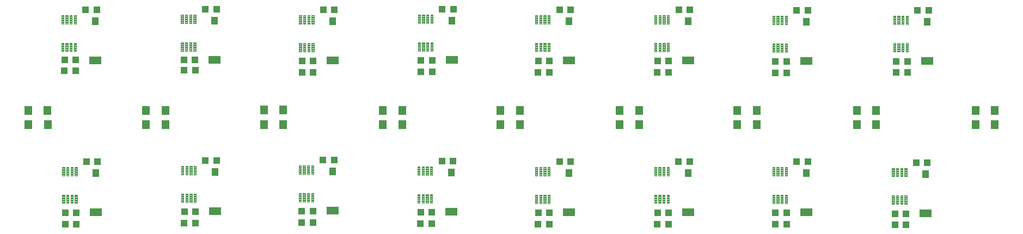
<source format=gbr>
G04 EAGLE Gerber RS-274X export*
G75*
%MOMM*%
%FSLAX34Y34*%
%LPD*%
%INSolderpaste Top*%
%IPPOS*%
%AMOC8*
5,1,8,0,0,1.08239X$1,22.5*%
G01*
%ADD10R,1.200000X1.400000*%
%ADD11R,1.900000X1.300000*%
%ADD12R,1.100000X1.300000*%
%ADD13R,1.050000X1.080000*%
%ADD14R,1.000000X1.100000*%
%ADD15C,0.120000*%


D10*
X179564Y170434D03*
X209564Y170434D03*
X179818Y148336D03*
X209818Y148336D03*
X362698Y170180D03*
X392698Y170180D03*
X362698Y148082D03*
X392698Y148082D03*
X546086Y170688D03*
X576086Y170688D03*
X546086Y148082D03*
X576086Y148082D03*
X731252Y170434D03*
X761252Y170434D03*
X731252Y148336D03*
X761252Y148336D03*
X913878Y170180D03*
X943878Y170180D03*
X913878Y148336D03*
X943878Y148336D03*
X1099298Y170434D03*
X1129298Y170434D03*
X1099298Y148336D03*
X1129298Y148336D03*
X1282432Y170180D03*
X1312432Y170180D03*
X1282432Y148082D03*
X1312432Y148082D03*
X1468106Y170180D03*
X1498106Y170180D03*
X1468106Y147828D03*
X1498106Y147828D03*
X1652739Y169850D03*
X1682739Y169850D03*
X1652739Y147752D03*
X1682739Y147752D03*
D11*
X283747Y248136D03*
D12*
X283747Y309136D03*
D13*
X235598Y232207D03*
X253098Y232207D03*
D14*
X253077Y248717D03*
X236077Y248717D03*
D13*
X268821Y326923D03*
X286321Y326923D03*
D15*
X250698Y318445D02*
X250698Y304945D01*
X250698Y318445D02*
X254298Y318445D01*
X254298Y304945D01*
X250698Y304945D01*
X250698Y306085D02*
X254298Y306085D01*
X254298Y307225D02*
X250698Y307225D01*
X250698Y308365D02*
X254298Y308365D01*
X254298Y309505D02*
X250698Y309505D01*
X250698Y310645D02*
X254298Y310645D01*
X254298Y311785D02*
X250698Y311785D01*
X250698Y312925D02*
X254298Y312925D01*
X254298Y314065D02*
X250698Y314065D01*
X250698Y315205D02*
X254298Y315205D01*
X254298Y316345D02*
X250698Y316345D01*
X250698Y317485D02*
X254298Y317485D01*
X244198Y318445D02*
X244198Y304945D01*
X244198Y318445D02*
X247798Y318445D01*
X247798Y304945D01*
X244198Y304945D01*
X244198Y306085D02*
X247798Y306085D01*
X247798Y307225D02*
X244198Y307225D01*
X244198Y308365D02*
X247798Y308365D01*
X247798Y309505D02*
X244198Y309505D01*
X244198Y310645D02*
X247798Y310645D01*
X247798Y311785D02*
X244198Y311785D01*
X244198Y312925D02*
X247798Y312925D01*
X247798Y314065D02*
X244198Y314065D01*
X244198Y315205D02*
X247798Y315205D01*
X247798Y316345D02*
X244198Y316345D01*
X244198Y317485D02*
X247798Y317485D01*
X237698Y318445D02*
X237698Y304945D01*
X237698Y318445D02*
X241298Y318445D01*
X241298Y304945D01*
X237698Y304945D01*
X237698Y306085D02*
X241298Y306085D01*
X241298Y307225D02*
X237698Y307225D01*
X237698Y308365D02*
X241298Y308365D01*
X241298Y309505D02*
X237698Y309505D01*
X237698Y310645D02*
X241298Y310645D01*
X241298Y311785D02*
X237698Y311785D01*
X237698Y312925D02*
X241298Y312925D01*
X241298Y314065D02*
X237698Y314065D01*
X237698Y315205D02*
X241298Y315205D01*
X241298Y316345D02*
X237698Y316345D01*
X237698Y317485D02*
X241298Y317485D01*
X231198Y318445D02*
X231198Y304945D01*
X231198Y318445D02*
X234798Y318445D01*
X234798Y304945D01*
X231198Y304945D01*
X231198Y306085D02*
X234798Y306085D01*
X234798Y307225D02*
X231198Y307225D01*
X231198Y308365D02*
X234798Y308365D01*
X234798Y309505D02*
X231198Y309505D01*
X231198Y310645D02*
X234798Y310645D01*
X234798Y311785D02*
X231198Y311785D01*
X231198Y312925D02*
X234798Y312925D01*
X234798Y314065D02*
X231198Y314065D01*
X231198Y315205D02*
X234798Y315205D01*
X234798Y316345D02*
X231198Y316345D01*
X231198Y317485D02*
X234798Y317485D01*
X231198Y275445D02*
X231198Y261945D01*
X231198Y275445D02*
X234798Y275445D01*
X234798Y261945D01*
X231198Y261945D01*
X231198Y263085D02*
X234798Y263085D01*
X234798Y264225D02*
X231198Y264225D01*
X231198Y265365D02*
X234798Y265365D01*
X234798Y266505D02*
X231198Y266505D01*
X231198Y267645D02*
X234798Y267645D01*
X234798Y268785D02*
X231198Y268785D01*
X231198Y269925D02*
X234798Y269925D01*
X234798Y271065D02*
X231198Y271065D01*
X231198Y272205D02*
X234798Y272205D01*
X234798Y273345D02*
X231198Y273345D01*
X231198Y274485D02*
X234798Y274485D01*
X237698Y275445D02*
X237698Y261945D01*
X237698Y275445D02*
X241298Y275445D01*
X241298Y261945D01*
X237698Y261945D01*
X237698Y263085D02*
X241298Y263085D01*
X241298Y264225D02*
X237698Y264225D01*
X237698Y265365D02*
X241298Y265365D01*
X241298Y266505D02*
X237698Y266505D01*
X237698Y267645D02*
X241298Y267645D01*
X241298Y268785D02*
X237698Y268785D01*
X237698Y269925D02*
X241298Y269925D01*
X241298Y271065D02*
X237698Y271065D01*
X237698Y272205D02*
X241298Y272205D01*
X241298Y273345D02*
X237698Y273345D01*
X237698Y274485D02*
X241298Y274485D01*
X244198Y275445D02*
X244198Y261945D01*
X244198Y275445D02*
X247798Y275445D01*
X247798Y261945D01*
X244198Y261945D01*
X244198Y263085D02*
X247798Y263085D01*
X247798Y264225D02*
X244198Y264225D01*
X244198Y265365D02*
X247798Y265365D01*
X247798Y266505D02*
X244198Y266505D01*
X244198Y267645D02*
X247798Y267645D01*
X247798Y268785D02*
X244198Y268785D01*
X244198Y269925D02*
X247798Y269925D01*
X247798Y271065D02*
X244198Y271065D01*
X244198Y272205D02*
X247798Y272205D01*
X247798Y273345D02*
X244198Y273345D01*
X244198Y274485D02*
X247798Y274485D01*
X250698Y275445D02*
X250698Y261945D01*
X250698Y275445D02*
X254298Y275445D01*
X254298Y261945D01*
X250698Y261945D01*
X250698Y263085D02*
X254298Y263085D01*
X254298Y264225D02*
X250698Y264225D01*
X250698Y265365D02*
X254298Y265365D01*
X254298Y266505D02*
X250698Y266505D01*
X250698Y267645D02*
X254298Y267645D01*
X254298Y268785D02*
X250698Y268785D01*
X250698Y269925D02*
X254298Y269925D01*
X254298Y271065D02*
X250698Y271065D01*
X250698Y272205D02*
X254298Y272205D01*
X254298Y273345D02*
X250698Y273345D01*
X250698Y274485D02*
X254298Y274485D01*
D11*
X469675Y248644D03*
D12*
X469675Y309644D03*
D13*
X421780Y232461D03*
X439280Y232461D03*
D14*
X439005Y248717D03*
X422005Y248717D03*
D13*
X454749Y327431D03*
X472249Y327431D03*
D15*
X436626Y318953D02*
X436626Y305453D01*
X436626Y318953D02*
X440226Y318953D01*
X440226Y305453D01*
X436626Y305453D01*
X436626Y306593D02*
X440226Y306593D01*
X440226Y307733D02*
X436626Y307733D01*
X436626Y308873D02*
X440226Y308873D01*
X440226Y310013D02*
X436626Y310013D01*
X436626Y311153D02*
X440226Y311153D01*
X440226Y312293D02*
X436626Y312293D01*
X436626Y313433D02*
X440226Y313433D01*
X440226Y314573D02*
X436626Y314573D01*
X436626Y315713D02*
X440226Y315713D01*
X440226Y316853D02*
X436626Y316853D01*
X436626Y317993D02*
X440226Y317993D01*
X430126Y318953D02*
X430126Y305453D01*
X430126Y318953D02*
X433726Y318953D01*
X433726Y305453D01*
X430126Y305453D01*
X430126Y306593D02*
X433726Y306593D01*
X433726Y307733D02*
X430126Y307733D01*
X430126Y308873D02*
X433726Y308873D01*
X433726Y310013D02*
X430126Y310013D01*
X430126Y311153D02*
X433726Y311153D01*
X433726Y312293D02*
X430126Y312293D01*
X430126Y313433D02*
X433726Y313433D01*
X433726Y314573D02*
X430126Y314573D01*
X430126Y315713D02*
X433726Y315713D01*
X433726Y316853D02*
X430126Y316853D01*
X430126Y317993D02*
X433726Y317993D01*
X423626Y318953D02*
X423626Y305453D01*
X423626Y318953D02*
X427226Y318953D01*
X427226Y305453D01*
X423626Y305453D01*
X423626Y306593D02*
X427226Y306593D01*
X427226Y307733D02*
X423626Y307733D01*
X423626Y308873D02*
X427226Y308873D01*
X427226Y310013D02*
X423626Y310013D01*
X423626Y311153D02*
X427226Y311153D01*
X427226Y312293D02*
X423626Y312293D01*
X423626Y313433D02*
X427226Y313433D01*
X427226Y314573D02*
X423626Y314573D01*
X423626Y315713D02*
X427226Y315713D01*
X427226Y316853D02*
X423626Y316853D01*
X423626Y317993D02*
X427226Y317993D01*
X417126Y318953D02*
X417126Y305453D01*
X417126Y318953D02*
X420726Y318953D01*
X420726Y305453D01*
X417126Y305453D01*
X417126Y306593D02*
X420726Y306593D01*
X420726Y307733D02*
X417126Y307733D01*
X417126Y308873D02*
X420726Y308873D01*
X420726Y310013D02*
X417126Y310013D01*
X417126Y311153D02*
X420726Y311153D01*
X420726Y312293D02*
X417126Y312293D01*
X417126Y313433D02*
X420726Y313433D01*
X420726Y314573D02*
X417126Y314573D01*
X417126Y315713D02*
X420726Y315713D01*
X420726Y316853D02*
X417126Y316853D01*
X417126Y317993D02*
X420726Y317993D01*
X417126Y275953D02*
X417126Y262453D01*
X417126Y275953D02*
X420726Y275953D01*
X420726Y262453D01*
X417126Y262453D01*
X417126Y263593D02*
X420726Y263593D01*
X420726Y264733D02*
X417126Y264733D01*
X417126Y265873D02*
X420726Y265873D01*
X420726Y267013D02*
X417126Y267013D01*
X417126Y268153D02*
X420726Y268153D01*
X420726Y269293D02*
X417126Y269293D01*
X417126Y270433D02*
X420726Y270433D01*
X420726Y271573D02*
X417126Y271573D01*
X417126Y272713D02*
X420726Y272713D01*
X420726Y273853D02*
X417126Y273853D01*
X417126Y274993D02*
X420726Y274993D01*
X423626Y275953D02*
X423626Y262453D01*
X423626Y275953D02*
X427226Y275953D01*
X427226Y262453D01*
X423626Y262453D01*
X423626Y263593D02*
X427226Y263593D01*
X427226Y264733D02*
X423626Y264733D01*
X423626Y265873D02*
X427226Y265873D01*
X427226Y267013D02*
X423626Y267013D01*
X423626Y268153D02*
X427226Y268153D01*
X427226Y269293D02*
X423626Y269293D01*
X423626Y270433D02*
X427226Y270433D01*
X427226Y271573D02*
X423626Y271573D01*
X423626Y272713D02*
X427226Y272713D01*
X427226Y273853D02*
X423626Y273853D01*
X423626Y274993D02*
X427226Y274993D01*
X430126Y275953D02*
X430126Y262453D01*
X430126Y275953D02*
X433726Y275953D01*
X433726Y262453D01*
X430126Y262453D01*
X430126Y263593D02*
X433726Y263593D01*
X433726Y264733D02*
X430126Y264733D01*
X430126Y265873D02*
X433726Y265873D01*
X433726Y267013D02*
X430126Y267013D01*
X430126Y268153D02*
X433726Y268153D01*
X433726Y269293D02*
X430126Y269293D01*
X430126Y270433D02*
X433726Y270433D01*
X433726Y271573D02*
X430126Y271573D01*
X430126Y272713D02*
X433726Y272713D01*
X433726Y273853D02*
X430126Y273853D01*
X430126Y274993D02*
X433726Y274993D01*
X436626Y275953D02*
X436626Y262453D01*
X436626Y275953D02*
X440226Y275953D01*
X440226Y262453D01*
X436626Y262453D01*
X436626Y263593D02*
X440226Y263593D01*
X440226Y264733D02*
X436626Y264733D01*
X436626Y265873D02*
X440226Y265873D01*
X440226Y267013D02*
X436626Y267013D01*
X436626Y268153D02*
X440226Y268153D01*
X440226Y269293D02*
X436626Y269293D01*
X436626Y270433D02*
X440226Y270433D01*
X440226Y271573D02*
X436626Y271573D01*
X436626Y272713D02*
X440226Y272713D01*
X440226Y273853D02*
X436626Y273853D01*
X436626Y274993D02*
X440226Y274993D01*
D11*
X470183Y13440D03*
D12*
X470183Y74440D03*
D13*
X422034Y-5029D03*
X439534Y-5029D03*
D14*
X439513Y12497D03*
X422513Y12497D03*
D13*
X455257Y92227D03*
X472757Y92227D03*
D15*
X437134Y83749D02*
X437134Y70249D01*
X437134Y83749D02*
X440734Y83749D01*
X440734Y70249D01*
X437134Y70249D01*
X437134Y71389D02*
X440734Y71389D01*
X440734Y72529D02*
X437134Y72529D01*
X437134Y73669D02*
X440734Y73669D01*
X440734Y74809D02*
X437134Y74809D01*
X437134Y75949D02*
X440734Y75949D01*
X440734Y77089D02*
X437134Y77089D01*
X437134Y78229D02*
X440734Y78229D01*
X440734Y79369D02*
X437134Y79369D01*
X437134Y80509D02*
X440734Y80509D01*
X440734Y81649D02*
X437134Y81649D01*
X437134Y82789D02*
X440734Y82789D01*
X430634Y83749D02*
X430634Y70249D01*
X430634Y83749D02*
X434234Y83749D01*
X434234Y70249D01*
X430634Y70249D01*
X430634Y71389D02*
X434234Y71389D01*
X434234Y72529D02*
X430634Y72529D01*
X430634Y73669D02*
X434234Y73669D01*
X434234Y74809D02*
X430634Y74809D01*
X430634Y75949D02*
X434234Y75949D01*
X434234Y77089D02*
X430634Y77089D01*
X430634Y78229D02*
X434234Y78229D01*
X434234Y79369D02*
X430634Y79369D01*
X430634Y80509D02*
X434234Y80509D01*
X434234Y81649D02*
X430634Y81649D01*
X430634Y82789D02*
X434234Y82789D01*
X424134Y83749D02*
X424134Y70249D01*
X424134Y83749D02*
X427734Y83749D01*
X427734Y70249D01*
X424134Y70249D01*
X424134Y71389D02*
X427734Y71389D01*
X427734Y72529D02*
X424134Y72529D01*
X424134Y73669D02*
X427734Y73669D01*
X427734Y74809D02*
X424134Y74809D01*
X424134Y75949D02*
X427734Y75949D01*
X427734Y77089D02*
X424134Y77089D01*
X424134Y78229D02*
X427734Y78229D01*
X427734Y79369D02*
X424134Y79369D01*
X424134Y80509D02*
X427734Y80509D01*
X427734Y81649D02*
X424134Y81649D01*
X424134Y82789D02*
X427734Y82789D01*
X417634Y83749D02*
X417634Y70249D01*
X417634Y83749D02*
X421234Y83749D01*
X421234Y70249D01*
X417634Y70249D01*
X417634Y71389D02*
X421234Y71389D01*
X421234Y72529D02*
X417634Y72529D01*
X417634Y73669D02*
X421234Y73669D01*
X421234Y74809D02*
X417634Y74809D01*
X417634Y75949D02*
X421234Y75949D01*
X421234Y77089D02*
X417634Y77089D01*
X417634Y78229D02*
X421234Y78229D01*
X421234Y79369D02*
X417634Y79369D01*
X417634Y80509D02*
X421234Y80509D01*
X421234Y81649D02*
X417634Y81649D01*
X417634Y82789D02*
X421234Y82789D01*
X417634Y40749D02*
X417634Y27249D01*
X417634Y40749D02*
X421234Y40749D01*
X421234Y27249D01*
X417634Y27249D01*
X417634Y28389D02*
X421234Y28389D01*
X421234Y29529D02*
X417634Y29529D01*
X417634Y30669D02*
X421234Y30669D01*
X421234Y31809D02*
X417634Y31809D01*
X417634Y32949D02*
X421234Y32949D01*
X421234Y34089D02*
X417634Y34089D01*
X417634Y35229D02*
X421234Y35229D01*
X421234Y36369D02*
X417634Y36369D01*
X417634Y37509D02*
X421234Y37509D01*
X421234Y38649D02*
X417634Y38649D01*
X417634Y39789D02*
X421234Y39789D01*
X424134Y40749D02*
X424134Y27249D01*
X424134Y40749D02*
X427734Y40749D01*
X427734Y27249D01*
X424134Y27249D01*
X424134Y28389D02*
X427734Y28389D01*
X427734Y29529D02*
X424134Y29529D01*
X424134Y30669D02*
X427734Y30669D01*
X427734Y31809D02*
X424134Y31809D01*
X424134Y32949D02*
X427734Y32949D01*
X427734Y34089D02*
X424134Y34089D01*
X424134Y35229D02*
X427734Y35229D01*
X427734Y36369D02*
X424134Y36369D01*
X424134Y37509D02*
X427734Y37509D01*
X427734Y38649D02*
X424134Y38649D01*
X424134Y39789D02*
X427734Y39789D01*
X430634Y40749D02*
X430634Y27249D01*
X430634Y40749D02*
X434234Y40749D01*
X434234Y27249D01*
X430634Y27249D01*
X430634Y28389D02*
X434234Y28389D01*
X434234Y29529D02*
X430634Y29529D01*
X430634Y30669D02*
X434234Y30669D01*
X434234Y31809D02*
X430634Y31809D01*
X430634Y32949D02*
X434234Y32949D01*
X434234Y34089D02*
X430634Y34089D01*
X430634Y35229D02*
X434234Y35229D01*
X434234Y36369D02*
X430634Y36369D01*
X430634Y37509D02*
X434234Y37509D01*
X434234Y38649D02*
X430634Y38649D01*
X430634Y39789D02*
X434234Y39789D01*
X437134Y40749D02*
X437134Y27249D01*
X437134Y40749D02*
X440734Y40749D01*
X440734Y27249D01*
X437134Y27249D01*
X437134Y28389D02*
X440734Y28389D01*
X440734Y29529D02*
X437134Y29529D01*
X437134Y30669D02*
X440734Y30669D01*
X440734Y31809D02*
X437134Y31809D01*
X437134Y32949D02*
X440734Y32949D01*
X440734Y34089D02*
X437134Y34089D01*
X437134Y35229D02*
X440734Y35229D01*
X440734Y36369D02*
X437134Y36369D01*
X437134Y37509D02*
X440734Y37509D01*
X440734Y38649D02*
X437134Y38649D01*
X437134Y39789D02*
X440734Y39789D01*
D11*
X653317Y247628D03*
D12*
X653317Y308628D03*
D13*
X605168Y229159D03*
X622668Y229159D03*
D14*
X622647Y246685D03*
X605647Y246685D03*
D13*
X638391Y326415D03*
X655891Y326415D03*
D15*
X620268Y317937D02*
X620268Y304437D01*
X620268Y317937D02*
X623868Y317937D01*
X623868Y304437D01*
X620268Y304437D01*
X620268Y305577D02*
X623868Y305577D01*
X623868Y306717D02*
X620268Y306717D01*
X620268Y307857D02*
X623868Y307857D01*
X623868Y308997D02*
X620268Y308997D01*
X620268Y310137D02*
X623868Y310137D01*
X623868Y311277D02*
X620268Y311277D01*
X620268Y312417D02*
X623868Y312417D01*
X623868Y313557D02*
X620268Y313557D01*
X620268Y314697D02*
X623868Y314697D01*
X623868Y315837D02*
X620268Y315837D01*
X620268Y316977D02*
X623868Y316977D01*
X613768Y317937D02*
X613768Y304437D01*
X613768Y317937D02*
X617368Y317937D01*
X617368Y304437D01*
X613768Y304437D01*
X613768Y305577D02*
X617368Y305577D01*
X617368Y306717D02*
X613768Y306717D01*
X613768Y307857D02*
X617368Y307857D01*
X617368Y308997D02*
X613768Y308997D01*
X613768Y310137D02*
X617368Y310137D01*
X617368Y311277D02*
X613768Y311277D01*
X613768Y312417D02*
X617368Y312417D01*
X617368Y313557D02*
X613768Y313557D01*
X613768Y314697D02*
X617368Y314697D01*
X617368Y315837D02*
X613768Y315837D01*
X613768Y316977D02*
X617368Y316977D01*
X607268Y317937D02*
X607268Y304437D01*
X607268Y317937D02*
X610868Y317937D01*
X610868Y304437D01*
X607268Y304437D01*
X607268Y305577D02*
X610868Y305577D01*
X610868Y306717D02*
X607268Y306717D01*
X607268Y307857D02*
X610868Y307857D01*
X610868Y308997D02*
X607268Y308997D01*
X607268Y310137D02*
X610868Y310137D01*
X610868Y311277D02*
X607268Y311277D01*
X607268Y312417D02*
X610868Y312417D01*
X610868Y313557D02*
X607268Y313557D01*
X607268Y314697D02*
X610868Y314697D01*
X610868Y315837D02*
X607268Y315837D01*
X607268Y316977D02*
X610868Y316977D01*
X600768Y317937D02*
X600768Y304437D01*
X600768Y317937D02*
X604368Y317937D01*
X604368Y304437D01*
X600768Y304437D01*
X600768Y305577D02*
X604368Y305577D01*
X604368Y306717D02*
X600768Y306717D01*
X600768Y307857D02*
X604368Y307857D01*
X604368Y308997D02*
X600768Y308997D01*
X600768Y310137D02*
X604368Y310137D01*
X604368Y311277D02*
X600768Y311277D01*
X600768Y312417D02*
X604368Y312417D01*
X604368Y313557D02*
X600768Y313557D01*
X600768Y314697D02*
X604368Y314697D01*
X604368Y315837D02*
X600768Y315837D01*
X600768Y316977D02*
X604368Y316977D01*
X600768Y274937D02*
X600768Y261437D01*
X600768Y274937D02*
X604368Y274937D01*
X604368Y261437D01*
X600768Y261437D01*
X600768Y262577D02*
X604368Y262577D01*
X604368Y263717D02*
X600768Y263717D01*
X600768Y264857D02*
X604368Y264857D01*
X604368Y265997D02*
X600768Y265997D01*
X600768Y267137D02*
X604368Y267137D01*
X604368Y268277D02*
X600768Y268277D01*
X600768Y269417D02*
X604368Y269417D01*
X604368Y270557D02*
X600768Y270557D01*
X600768Y271697D02*
X604368Y271697D01*
X604368Y272837D02*
X600768Y272837D01*
X600768Y273977D02*
X604368Y273977D01*
X607268Y274937D02*
X607268Y261437D01*
X607268Y274937D02*
X610868Y274937D01*
X610868Y261437D01*
X607268Y261437D01*
X607268Y262577D02*
X610868Y262577D01*
X610868Y263717D02*
X607268Y263717D01*
X607268Y264857D02*
X610868Y264857D01*
X610868Y265997D02*
X607268Y265997D01*
X607268Y267137D02*
X610868Y267137D01*
X610868Y268277D02*
X607268Y268277D01*
X607268Y269417D02*
X610868Y269417D01*
X610868Y270557D02*
X607268Y270557D01*
X607268Y271697D02*
X610868Y271697D01*
X610868Y272837D02*
X607268Y272837D01*
X607268Y273977D02*
X610868Y273977D01*
X613768Y274937D02*
X613768Y261437D01*
X613768Y274937D02*
X617368Y274937D01*
X617368Y261437D01*
X613768Y261437D01*
X613768Y262577D02*
X617368Y262577D01*
X617368Y263717D02*
X613768Y263717D01*
X613768Y264857D02*
X617368Y264857D01*
X617368Y265997D02*
X613768Y265997D01*
X613768Y267137D02*
X617368Y267137D01*
X617368Y268277D02*
X613768Y268277D01*
X613768Y269417D02*
X617368Y269417D01*
X617368Y270557D02*
X613768Y270557D01*
X613768Y271697D02*
X617368Y271697D01*
X617368Y272837D02*
X613768Y272837D01*
X613768Y273977D02*
X617368Y273977D01*
X620268Y274937D02*
X620268Y261437D01*
X620268Y274937D02*
X623868Y274937D01*
X623868Y261437D01*
X620268Y261437D01*
X620268Y262577D02*
X623868Y262577D01*
X623868Y263717D02*
X620268Y263717D01*
X620268Y264857D02*
X623868Y264857D01*
X623868Y265997D02*
X620268Y265997D01*
X620268Y267137D02*
X623868Y267137D01*
X623868Y268277D02*
X620268Y268277D01*
X620268Y269417D02*
X623868Y269417D01*
X623868Y270557D02*
X620268Y270557D01*
X620268Y271697D02*
X623868Y271697D01*
X623868Y272837D02*
X620268Y272837D01*
X620268Y273977D02*
X623868Y273977D01*
D11*
X652809Y14202D03*
D12*
X652809Y75202D03*
D13*
X604660Y-4267D03*
X622160Y-4267D03*
D14*
X622139Y13259D03*
X605139Y13259D03*
D13*
X637883Y92989D03*
X655383Y92989D03*
D15*
X619760Y84511D02*
X619760Y71011D01*
X619760Y84511D02*
X623360Y84511D01*
X623360Y71011D01*
X619760Y71011D01*
X619760Y72151D02*
X623360Y72151D01*
X623360Y73291D02*
X619760Y73291D01*
X619760Y74431D02*
X623360Y74431D01*
X623360Y75571D02*
X619760Y75571D01*
X619760Y76711D02*
X623360Y76711D01*
X623360Y77851D02*
X619760Y77851D01*
X619760Y78991D02*
X623360Y78991D01*
X623360Y80131D02*
X619760Y80131D01*
X619760Y81271D02*
X623360Y81271D01*
X623360Y82411D02*
X619760Y82411D01*
X619760Y83551D02*
X623360Y83551D01*
X613260Y84511D02*
X613260Y71011D01*
X613260Y84511D02*
X616860Y84511D01*
X616860Y71011D01*
X613260Y71011D01*
X613260Y72151D02*
X616860Y72151D01*
X616860Y73291D02*
X613260Y73291D01*
X613260Y74431D02*
X616860Y74431D01*
X616860Y75571D02*
X613260Y75571D01*
X613260Y76711D02*
X616860Y76711D01*
X616860Y77851D02*
X613260Y77851D01*
X613260Y78991D02*
X616860Y78991D01*
X616860Y80131D02*
X613260Y80131D01*
X613260Y81271D02*
X616860Y81271D01*
X616860Y82411D02*
X613260Y82411D01*
X613260Y83551D02*
X616860Y83551D01*
X606760Y84511D02*
X606760Y71011D01*
X606760Y84511D02*
X610360Y84511D01*
X610360Y71011D01*
X606760Y71011D01*
X606760Y72151D02*
X610360Y72151D01*
X610360Y73291D02*
X606760Y73291D01*
X606760Y74431D02*
X610360Y74431D01*
X610360Y75571D02*
X606760Y75571D01*
X606760Y76711D02*
X610360Y76711D01*
X610360Y77851D02*
X606760Y77851D01*
X606760Y78991D02*
X610360Y78991D01*
X610360Y80131D02*
X606760Y80131D01*
X606760Y81271D02*
X610360Y81271D01*
X610360Y82411D02*
X606760Y82411D01*
X606760Y83551D02*
X610360Y83551D01*
X600260Y84511D02*
X600260Y71011D01*
X600260Y84511D02*
X603860Y84511D01*
X603860Y71011D01*
X600260Y71011D01*
X600260Y72151D02*
X603860Y72151D01*
X603860Y73291D02*
X600260Y73291D01*
X600260Y74431D02*
X603860Y74431D01*
X603860Y75571D02*
X600260Y75571D01*
X600260Y76711D02*
X603860Y76711D01*
X603860Y77851D02*
X600260Y77851D01*
X600260Y78991D02*
X603860Y78991D01*
X603860Y80131D02*
X600260Y80131D01*
X600260Y81271D02*
X603860Y81271D01*
X603860Y82411D02*
X600260Y82411D01*
X600260Y83551D02*
X603860Y83551D01*
X600260Y41511D02*
X600260Y28011D01*
X600260Y41511D02*
X603860Y41511D01*
X603860Y28011D01*
X600260Y28011D01*
X600260Y29151D02*
X603860Y29151D01*
X603860Y30291D02*
X600260Y30291D01*
X600260Y31431D02*
X603860Y31431D01*
X603860Y32571D02*
X600260Y32571D01*
X600260Y33711D02*
X603860Y33711D01*
X603860Y34851D02*
X600260Y34851D01*
X600260Y35991D02*
X603860Y35991D01*
X603860Y37131D02*
X600260Y37131D01*
X600260Y38271D02*
X603860Y38271D01*
X603860Y39411D02*
X600260Y39411D01*
X600260Y40551D02*
X603860Y40551D01*
X606760Y41511D02*
X606760Y28011D01*
X606760Y41511D02*
X610360Y41511D01*
X610360Y28011D01*
X606760Y28011D01*
X606760Y29151D02*
X610360Y29151D01*
X610360Y30291D02*
X606760Y30291D01*
X606760Y31431D02*
X610360Y31431D01*
X610360Y32571D02*
X606760Y32571D01*
X606760Y33711D02*
X610360Y33711D01*
X610360Y34851D02*
X606760Y34851D01*
X606760Y35991D02*
X610360Y35991D01*
X610360Y37131D02*
X606760Y37131D01*
X606760Y38271D02*
X610360Y38271D01*
X610360Y39411D02*
X606760Y39411D01*
X606760Y40551D02*
X610360Y40551D01*
X613260Y41511D02*
X613260Y28011D01*
X613260Y41511D02*
X616860Y41511D01*
X616860Y28011D01*
X613260Y28011D01*
X613260Y29151D02*
X616860Y29151D01*
X616860Y30291D02*
X613260Y30291D01*
X613260Y31431D02*
X616860Y31431D01*
X616860Y32571D02*
X613260Y32571D01*
X613260Y33711D02*
X616860Y33711D01*
X616860Y34851D02*
X613260Y34851D01*
X613260Y35991D02*
X616860Y35991D01*
X616860Y37131D02*
X613260Y37131D01*
X613260Y38271D02*
X616860Y38271D01*
X616860Y39411D02*
X613260Y39411D01*
X613260Y40551D02*
X616860Y40551D01*
X619760Y41511D02*
X619760Y28011D01*
X619760Y41511D02*
X623360Y41511D01*
X623360Y28011D01*
X619760Y28011D01*
X619760Y29151D02*
X623360Y29151D01*
X623360Y30291D02*
X619760Y30291D01*
X619760Y31431D02*
X623360Y31431D01*
X623360Y32571D02*
X619760Y32571D01*
X619760Y33711D02*
X623360Y33711D01*
X623360Y34851D02*
X619760Y34851D01*
X619760Y35991D02*
X623360Y35991D01*
X623360Y37131D02*
X619760Y37131D01*
X619760Y38271D02*
X623360Y38271D01*
X623360Y39411D02*
X619760Y39411D01*
X619760Y40551D02*
X623360Y40551D01*
D11*
X838229Y248898D03*
D12*
X838229Y309898D03*
D13*
X790080Y230429D03*
X807580Y230429D03*
D14*
X807559Y247955D03*
X790559Y247955D03*
D13*
X823303Y327685D03*
X840803Y327685D03*
D15*
X805180Y319207D02*
X805180Y305707D01*
X805180Y319207D02*
X808780Y319207D01*
X808780Y305707D01*
X805180Y305707D01*
X805180Y306847D02*
X808780Y306847D01*
X808780Y307987D02*
X805180Y307987D01*
X805180Y309127D02*
X808780Y309127D01*
X808780Y310267D02*
X805180Y310267D01*
X805180Y311407D02*
X808780Y311407D01*
X808780Y312547D02*
X805180Y312547D01*
X805180Y313687D02*
X808780Y313687D01*
X808780Y314827D02*
X805180Y314827D01*
X805180Y315967D02*
X808780Y315967D01*
X808780Y317107D02*
X805180Y317107D01*
X805180Y318247D02*
X808780Y318247D01*
X798680Y319207D02*
X798680Y305707D01*
X798680Y319207D02*
X802280Y319207D01*
X802280Y305707D01*
X798680Y305707D01*
X798680Y306847D02*
X802280Y306847D01*
X802280Y307987D02*
X798680Y307987D01*
X798680Y309127D02*
X802280Y309127D01*
X802280Y310267D02*
X798680Y310267D01*
X798680Y311407D02*
X802280Y311407D01*
X802280Y312547D02*
X798680Y312547D01*
X798680Y313687D02*
X802280Y313687D01*
X802280Y314827D02*
X798680Y314827D01*
X798680Y315967D02*
X802280Y315967D01*
X802280Y317107D02*
X798680Y317107D01*
X798680Y318247D02*
X802280Y318247D01*
X792180Y319207D02*
X792180Y305707D01*
X792180Y319207D02*
X795780Y319207D01*
X795780Y305707D01*
X792180Y305707D01*
X792180Y306847D02*
X795780Y306847D01*
X795780Y307987D02*
X792180Y307987D01*
X792180Y309127D02*
X795780Y309127D01*
X795780Y310267D02*
X792180Y310267D01*
X792180Y311407D02*
X795780Y311407D01*
X795780Y312547D02*
X792180Y312547D01*
X792180Y313687D02*
X795780Y313687D01*
X795780Y314827D02*
X792180Y314827D01*
X792180Y315967D02*
X795780Y315967D01*
X795780Y317107D02*
X792180Y317107D01*
X792180Y318247D02*
X795780Y318247D01*
X785680Y319207D02*
X785680Y305707D01*
X785680Y319207D02*
X789280Y319207D01*
X789280Y305707D01*
X785680Y305707D01*
X785680Y306847D02*
X789280Y306847D01*
X789280Y307987D02*
X785680Y307987D01*
X785680Y309127D02*
X789280Y309127D01*
X789280Y310267D02*
X785680Y310267D01*
X785680Y311407D02*
X789280Y311407D01*
X789280Y312547D02*
X785680Y312547D01*
X785680Y313687D02*
X789280Y313687D01*
X789280Y314827D02*
X785680Y314827D01*
X785680Y315967D02*
X789280Y315967D01*
X789280Y317107D02*
X785680Y317107D01*
X785680Y318247D02*
X789280Y318247D01*
X785680Y276207D02*
X785680Y262707D01*
X785680Y276207D02*
X789280Y276207D01*
X789280Y262707D01*
X785680Y262707D01*
X785680Y263847D02*
X789280Y263847D01*
X789280Y264987D02*
X785680Y264987D01*
X785680Y266127D02*
X789280Y266127D01*
X789280Y267267D02*
X785680Y267267D01*
X785680Y268407D02*
X789280Y268407D01*
X789280Y269547D02*
X785680Y269547D01*
X785680Y270687D02*
X789280Y270687D01*
X789280Y271827D02*
X785680Y271827D01*
X785680Y272967D02*
X789280Y272967D01*
X789280Y274107D02*
X785680Y274107D01*
X785680Y275247D02*
X789280Y275247D01*
X792180Y276207D02*
X792180Y262707D01*
X792180Y276207D02*
X795780Y276207D01*
X795780Y262707D01*
X792180Y262707D01*
X792180Y263847D02*
X795780Y263847D01*
X795780Y264987D02*
X792180Y264987D01*
X792180Y266127D02*
X795780Y266127D01*
X795780Y267267D02*
X792180Y267267D01*
X792180Y268407D02*
X795780Y268407D01*
X795780Y269547D02*
X792180Y269547D01*
X792180Y270687D02*
X795780Y270687D01*
X795780Y271827D02*
X792180Y271827D01*
X792180Y272967D02*
X795780Y272967D01*
X795780Y274107D02*
X792180Y274107D01*
X792180Y275247D02*
X795780Y275247D01*
X798680Y276207D02*
X798680Y262707D01*
X798680Y276207D02*
X802280Y276207D01*
X802280Y262707D01*
X798680Y262707D01*
X798680Y263847D02*
X802280Y263847D01*
X802280Y264987D02*
X798680Y264987D01*
X798680Y266127D02*
X802280Y266127D01*
X802280Y267267D02*
X798680Y267267D01*
X798680Y268407D02*
X802280Y268407D01*
X802280Y269547D02*
X798680Y269547D01*
X798680Y270687D02*
X802280Y270687D01*
X802280Y271827D02*
X798680Y271827D01*
X798680Y272967D02*
X802280Y272967D01*
X802280Y274107D02*
X798680Y274107D01*
X798680Y275247D02*
X802280Y275247D01*
X805180Y276207D02*
X805180Y262707D01*
X805180Y276207D02*
X808780Y276207D01*
X808780Y262707D01*
X805180Y262707D01*
X805180Y263847D02*
X808780Y263847D01*
X808780Y264987D02*
X805180Y264987D01*
X805180Y266127D02*
X808780Y266127D01*
X808780Y267267D02*
X805180Y267267D01*
X805180Y268407D02*
X808780Y268407D01*
X808780Y269547D02*
X805180Y269547D01*
X805180Y270687D02*
X808780Y270687D01*
X808780Y271827D02*
X805180Y271827D01*
X805180Y272967D02*
X808780Y272967D01*
X808780Y274107D02*
X805180Y274107D01*
X805180Y275247D02*
X808780Y275247D01*
D11*
X837721Y12678D03*
D12*
X837721Y73678D03*
D13*
X789572Y-5791D03*
X807072Y-5791D03*
D14*
X807051Y11735D03*
X790051Y11735D03*
D13*
X822795Y91465D03*
X840295Y91465D03*
D15*
X804672Y82987D02*
X804672Y69487D01*
X804672Y82987D02*
X808272Y82987D01*
X808272Y69487D01*
X804672Y69487D01*
X804672Y70627D02*
X808272Y70627D01*
X808272Y71767D02*
X804672Y71767D01*
X804672Y72907D02*
X808272Y72907D01*
X808272Y74047D02*
X804672Y74047D01*
X804672Y75187D02*
X808272Y75187D01*
X808272Y76327D02*
X804672Y76327D01*
X804672Y77467D02*
X808272Y77467D01*
X808272Y78607D02*
X804672Y78607D01*
X804672Y79747D02*
X808272Y79747D01*
X808272Y80887D02*
X804672Y80887D01*
X804672Y82027D02*
X808272Y82027D01*
X798172Y82987D02*
X798172Y69487D01*
X798172Y82987D02*
X801772Y82987D01*
X801772Y69487D01*
X798172Y69487D01*
X798172Y70627D02*
X801772Y70627D01*
X801772Y71767D02*
X798172Y71767D01*
X798172Y72907D02*
X801772Y72907D01*
X801772Y74047D02*
X798172Y74047D01*
X798172Y75187D02*
X801772Y75187D01*
X801772Y76327D02*
X798172Y76327D01*
X798172Y77467D02*
X801772Y77467D01*
X801772Y78607D02*
X798172Y78607D01*
X798172Y79747D02*
X801772Y79747D01*
X801772Y80887D02*
X798172Y80887D01*
X798172Y82027D02*
X801772Y82027D01*
X791672Y82987D02*
X791672Y69487D01*
X791672Y82987D02*
X795272Y82987D01*
X795272Y69487D01*
X791672Y69487D01*
X791672Y70627D02*
X795272Y70627D01*
X795272Y71767D02*
X791672Y71767D01*
X791672Y72907D02*
X795272Y72907D01*
X795272Y74047D02*
X791672Y74047D01*
X791672Y75187D02*
X795272Y75187D01*
X795272Y76327D02*
X791672Y76327D01*
X791672Y77467D02*
X795272Y77467D01*
X795272Y78607D02*
X791672Y78607D01*
X791672Y79747D02*
X795272Y79747D01*
X795272Y80887D02*
X791672Y80887D01*
X791672Y82027D02*
X795272Y82027D01*
X785172Y82987D02*
X785172Y69487D01*
X785172Y82987D02*
X788772Y82987D01*
X788772Y69487D01*
X785172Y69487D01*
X785172Y70627D02*
X788772Y70627D01*
X788772Y71767D02*
X785172Y71767D01*
X785172Y72907D02*
X788772Y72907D01*
X788772Y74047D02*
X785172Y74047D01*
X785172Y75187D02*
X788772Y75187D01*
X788772Y76327D02*
X785172Y76327D01*
X785172Y77467D02*
X788772Y77467D01*
X788772Y78607D02*
X785172Y78607D01*
X785172Y79747D02*
X788772Y79747D01*
X788772Y80887D02*
X785172Y80887D01*
X785172Y82027D02*
X788772Y82027D01*
X785172Y39987D02*
X785172Y26487D01*
X785172Y39987D02*
X788772Y39987D01*
X788772Y26487D01*
X785172Y26487D01*
X785172Y27627D02*
X788772Y27627D01*
X788772Y28767D02*
X785172Y28767D01*
X785172Y29907D02*
X788772Y29907D01*
X788772Y31047D02*
X785172Y31047D01*
X785172Y32187D02*
X788772Y32187D01*
X788772Y33327D02*
X785172Y33327D01*
X785172Y34467D02*
X788772Y34467D01*
X788772Y35607D02*
X785172Y35607D01*
X785172Y36747D02*
X788772Y36747D01*
X788772Y37887D02*
X785172Y37887D01*
X785172Y39027D02*
X788772Y39027D01*
X791672Y39987D02*
X791672Y26487D01*
X791672Y39987D02*
X795272Y39987D01*
X795272Y26487D01*
X791672Y26487D01*
X791672Y27627D02*
X795272Y27627D01*
X795272Y28767D02*
X791672Y28767D01*
X791672Y29907D02*
X795272Y29907D01*
X795272Y31047D02*
X791672Y31047D01*
X791672Y32187D02*
X795272Y32187D01*
X795272Y33327D02*
X791672Y33327D01*
X791672Y34467D02*
X795272Y34467D01*
X795272Y35607D02*
X791672Y35607D01*
X791672Y36747D02*
X795272Y36747D01*
X795272Y37887D02*
X791672Y37887D01*
X791672Y39027D02*
X795272Y39027D01*
X798172Y39987D02*
X798172Y26487D01*
X798172Y39987D02*
X801772Y39987D01*
X801772Y26487D01*
X798172Y26487D01*
X798172Y27627D02*
X801772Y27627D01*
X801772Y28767D02*
X798172Y28767D01*
X798172Y29907D02*
X801772Y29907D01*
X801772Y31047D02*
X798172Y31047D01*
X798172Y32187D02*
X801772Y32187D01*
X801772Y33327D02*
X798172Y33327D01*
X798172Y34467D02*
X801772Y34467D01*
X801772Y35607D02*
X798172Y35607D01*
X798172Y36747D02*
X801772Y36747D01*
X801772Y37887D02*
X798172Y37887D01*
X798172Y39027D02*
X801772Y39027D01*
X804672Y39987D02*
X804672Y26487D01*
X804672Y39987D02*
X808272Y39987D01*
X808272Y26487D01*
X804672Y26487D01*
X804672Y27627D02*
X808272Y27627D01*
X808272Y28767D02*
X804672Y28767D01*
X804672Y29907D02*
X808272Y29907D01*
X808272Y31047D02*
X804672Y31047D01*
X804672Y32187D02*
X808272Y32187D01*
X808272Y33327D02*
X804672Y33327D01*
X804672Y34467D02*
X808272Y34467D01*
X808272Y35607D02*
X804672Y35607D01*
X804672Y36747D02*
X808272Y36747D01*
X808272Y37887D02*
X804672Y37887D01*
X804672Y39027D02*
X808272Y39027D01*
D11*
X1020601Y248136D03*
D12*
X1020601Y309136D03*
D13*
X972452Y229667D03*
X989952Y229667D03*
D14*
X989931Y247193D03*
X972931Y247193D03*
D13*
X1005675Y326923D03*
X1023175Y326923D03*
D15*
X987552Y318445D02*
X987552Y304945D01*
X987552Y318445D02*
X991152Y318445D01*
X991152Y304945D01*
X987552Y304945D01*
X987552Y306085D02*
X991152Y306085D01*
X991152Y307225D02*
X987552Y307225D01*
X987552Y308365D02*
X991152Y308365D01*
X991152Y309505D02*
X987552Y309505D01*
X987552Y310645D02*
X991152Y310645D01*
X991152Y311785D02*
X987552Y311785D01*
X987552Y312925D02*
X991152Y312925D01*
X991152Y314065D02*
X987552Y314065D01*
X987552Y315205D02*
X991152Y315205D01*
X991152Y316345D02*
X987552Y316345D01*
X987552Y317485D02*
X991152Y317485D01*
X981052Y318445D02*
X981052Y304945D01*
X981052Y318445D02*
X984652Y318445D01*
X984652Y304945D01*
X981052Y304945D01*
X981052Y306085D02*
X984652Y306085D01*
X984652Y307225D02*
X981052Y307225D01*
X981052Y308365D02*
X984652Y308365D01*
X984652Y309505D02*
X981052Y309505D01*
X981052Y310645D02*
X984652Y310645D01*
X984652Y311785D02*
X981052Y311785D01*
X981052Y312925D02*
X984652Y312925D01*
X984652Y314065D02*
X981052Y314065D01*
X981052Y315205D02*
X984652Y315205D01*
X984652Y316345D02*
X981052Y316345D01*
X981052Y317485D02*
X984652Y317485D01*
X974552Y318445D02*
X974552Y304945D01*
X974552Y318445D02*
X978152Y318445D01*
X978152Y304945D01*
X974552Y304945D01*
X974552Y306085D02*
X978152Y306085D01*
X978152Y307225D02*
X974552Y307225D01*
X974552Y308365D02*
X978152Y308365D01*
X978152Y309505D02*
X974552Y309505D01*
X974552Y310645D02*
X978152Y310645D01*
X978152Y311785D02*
X974552Y311785D01*
X974552Y312925D02*
X978152Y312925D01*
X978152Y314065D02*
X974552Y314065D01*
X974552Y315205D02*
X978152Y315205D01*
X978152Y316345D02*
X974552Y316345D01*
X974552Y317485D02*
X978152Y317485D01*
X968052Y318445D02*
X968052Y304945D01*
X968052Y318445D02*
X971652Y318445D01*
X971652Y304945D01*
X968052Y304945D01*
X968052Y306085D02*
X971652Y306085D01*
X971652Y307225D02*
X968052Y307225D01*
X968052Y308365D02*
X971652Y308365D01*
X971652Y309505D02*
X968052Y309505D01*
X968052Y310645D02*
X971652Y310645D01*
X971652Y311785D02*
X968052Y311785D01*
X968052Y312925D02*
X971652Y312925D01*
X971652Y314065D02*
X968052Y314065D01*
X968052Y315205D02*
X971652Y315205D01*
X971652Y316345D02*
X968052Y316345D01*
X968052Y317485D02*
X971652Y317485D01*
X968052Y275445D02*
X968052Y261945D01*
X968052Y275445D02*
X971652Y275445D01*
X971652Y261945D01*
X968052Y261945D01*
X968052Y263085D02*
X971652Y263085D01*
X971652Y264225D02*
X968052Y264225D01*
X968052Y265365D02*
X971652Y265365D01*
X971652Y266505D02*
X968052Y266505D01*
X968052Y267645D02*
X971652Y267645D01*
X971652Y268785D02*
X968052Y268785D01*
X968052Y269925D02*
X971652Y269925D01*
X971652Y271065D02*
X968052Y271065D01*
X968052Y272205D02*
X971652Y272205D01*
X971652Y273345D02*
X968052Y273345D01*
X968052Y274485D02*
X971652Y274485D01*
X974552Y275445D02*
X974552Y261945D01*
X974552Y275445D02*
X978152Y275445D01*
X978152Y261945D01*
X974552Y261945D01*
X974552Y263085D02*
X978152Y263085D01*
X978152Y264225D02*
X974552Y264225D01*
X974552Y265365D02*
X978152Y265365D01*
X978152Y266505D02*
X974552Y266505D01*
X974552Y267645D02*
X978152Y267645D01*
X978152Y268785D02*
X974552Y268785D01*
X974552Y269925D02*
X978152Y269925D01*
X978152Y271065D02*
X974552Y271065D01*
X974552Y272205D02*
X978152Y272205D01*
X978152Y273345D02*
X974552Y273345D01*
X974552Y274485D02*
X978152Y274485D01*
X981052Y275445D02*
X981052Y261945D01*
X981052Y275445D02*
X984652Y275445D01*
X984652Y261945D01*
X981052Y261945D01*
X981052Y263085D02*
X984652Y263085D01*
X984652Y264225D02*
X981052Y264225D01*
X981052Y265365D02*
X984652Y265365D01*
X984652Y266505D02*
X981052Y266505D01*
X981052Y267645D02*
X984652Y267645D01*
X984652Y268785D02*
X981052Y268785D01*
X981052Y269925D02*
X984652Y269925D01*
X984652Y271065D02*
X981052Y271065D01*
X981052Y272205D02*
X984652Y272205D01*
X984652Y273345D02*
X981052Y273345D01*
X981052Y274485D02*
X984652Y274485D01*
X987552Y275445D02*
X987552Y261945D01*
X987552Y275445D02*
X991152Y275445D01*
X991152Y261945D01*
X987552Y261945D01*
X987552Y263085D02*
X991152Y263085D01*
X991152Y264225D02*
X987552Y264225D01*
X987552Y265365D02*
X991152Y265365D01*
X991152Y266505D02*
X987552Y266505D01*
X987552Y267645D02*
X991152Y267645D01*
X991152Y268785D02*
X987552Y268785D01*
X987552Y269925D02*
X991152Y269925D01*
X991152Y271065D02*
X987552Y271065D01*
X987552Y272205D02*
X991152Y272205D01*
X991152Y273345D02*
X987552Y273345D01*
X987552Y274485D02*
X991152Y274485D01*
D11*
X1020601Y11662D03*
D12*
X1020601Y72662D03*
D13*
X972452Y-6807D03*
X989952Y-6807D03*
D14*
X989931Y10719D03*
X972931Y10719D03*
D13*
X1005675Y90449D03*
X1023175Y90449D03*
D15*
X987552Y81971D02*
X987552Y68471D01*
X987552Y81971D02*
X991152Y81971D01*
X991152Y68471D01*
X987552Y68471D01*
X987552Y69611D02*
X991152Y69611D01*
X991152Y70751D02*
X987552Y70751D01*
X987552Y71891D02*
X991152Y71891D01*
X991152Y73031D02*
X987552Y73031D01*
X987552Y74171D02*
X991152Y74171D01*
X991152Y75311D02*
X987552Y75311D01*
X987552Y76451D02*
X991152Y76451D01*
X991152Y77591D02*
X987552Y77591D01*
X987552Y78731D02*
X991152Y78731D01*
X991152Y79871D02*
X987552Y79871D01*
X987552Y81011D02*
X991152Y81011D01*
X981052Y81971D02*
X981052Y68471D01*
X981052Y81971D02*
X984652Y81971D01*
X984652Y68471D01*
X981052Y68471D01*
X981052Y69611D02*
X984652Y69611D01*
X984652Y70751D02*
X981052Y70751D01*
X981052Y71891D02*
X984652Y71891D01*
X984652Y73031D02*
X981052Y73031D01*
X981052Y74171D02*
X984652Y74171D01*
X984652Y75311D02*
X981052Y75311D01*
X981052Y76451D02*
X984652Y76451D01*
X984652Y77591D02*
X981052Y77591D01*
X981052Y78731D02*
X984652Y78731D01*
X984652Y79871D02*
X981052Y79871D01*
X981052Y81011D02*
X984652Y81011D01*
X974552Y81971D02*
X974552Y68471D01*
X974552Y81971D02*
X978152Y81971D01*
X978152Y68471D01*
X974552Y68471D01*
X974552Y69611D02*
X978152Y69611D01*
X978152Y70751D02*
X974552Y70751D01*
X974552Y71891D02*
X978152Y71891D01*
X978152Y73031D02*
X974552Y73031D01*
X974552Y74171D02*
X978152Y74171D01*
X978152Y75311D02*
X974552Y75311D01*
X974552Y76451D02*
X978152Y76451D01*
X978152Y77591D02*
X974552Y77591D01*
X974552Y78731D02*
X978152Y78731D01*
X978152Y79871D02*
X974552Y79871D01*
X974552Y81011D02*
X978152Y81011D01*
X968052Y81971D02*
X968052Y68471D01*
X968052Y81971D02*
X971652Y81971D01*
X971652Y68471D01*
X968052Y68471D01*
X968052Y69611D02*
X971652Y69611D01*
X971652Y70751D02*
X968052Y70751D01*
X968052Y71891D02*
X971652Y71891D01*
X971652Y73031D02*
X968052Y73031D01*
X968052Y74171D02*
X971652Y74171D01*
X971652Y75311D02*
X968052Y75311D01*
X968052Y76451D02*
X971652Y76451D01*
X971652Y77591D02*
X968052Y77591D01*
X968052Y78731D02*
X971652Y78731D01*
X971652Y79871D02*
X968052Y79871D01*
X968052Y81011D02*
X971652Y81011D01*
X968052Y38971D02*
X968052Y25471D01*
X968052Y38971D02*
X971652Y38971D01*
X971652Y25471D01*
X968052Y25471D01*
X968052Y26611D02*
X971652Y26611D01*
X971652Y27751D02*
X968052Y27751D01*
X968052Y28891D02*
X971652Y28891D01*
X971652Y30031D02*
X968052Y30031D01*
X968052Y31171D02*
X971652Y31171D01*
X971652Y32311D02*
X968052Y32311D01*
X968052Y33451D02*
X971652Y33451D01*
X971652Y34591D02*
X968052Y34591D01*
X968052Y35731D02*
X971652Y35731D01*
X971652Y36871D02*
X968052Y36871D01*
X968052Y38011D02*
X971652Y38011D01*
X974552Y38971D02*
X974552Y25471D01*
X974552Y38971D02*
X978152Y38971D01*
X978152Y25471D01*
X974552Y25471D01*
X974552Y26611D02*
X978152Y26611D01*
X978152Y27751D02*
X974552Y27751D01*
X974552Y28891D02*
X978152Y28891D01*
X978152Y30031D02*
X974552Y30031D01*
X974552Y31171D02*
X978152Y31171D01*
X978152Y32311D02*
X974552Y32311D01*
X974552Y33451D02*
X978152Y33451D01*
X978152Y34591D02*
X974552Y34591D01*
X974552Y35731D02*
X978152Y35731D01*
X978152Y36871D02*
X974552Y36871D01*
X974552Y38011D02*
X978152Y38011D01*
X981052Y38971D02*
X981052Y25471D01*
X981052Y38971D02*
X984652Y38971D01*
X984652Y25471D01*
X981052Y25471D01*
X981052Y26611D02*
X984652Y26611D01*
X984652Y27751D02*
X981052Y27751D01*
X981052Y28891D02*
X984652Y28891D01*
X984652Y30031D02*
X981052Y30031D01*
X981052Y31171D02*
X984652Y31171D01*
X984652Y32311D02*
X981052Y32311D01*
X981052Y33451D02*
X984652Y33451D01*
X984652Y34591D02*
X981052Y34591D01*
X981052Y35731D02*
X984652Y35731D01*
X984652Y36871D02*
X981052Y36871D01*
X981052Y38011D02*
X984652Y38011D01*
X987552Y38971D02*
X987552Y25471D01*
X987552Y38971D02*
X991152Y38971D01*
X991152Y25471D01*
X987552Y25471D01*
X987552Y26611D02*
X991152Y26611D01*
X991152Y27751D02*
X987552Y27751D01*
X987552Y28891D02*
X991152Y28891D01*
X991152Y30031D02*
X987552Y30031D01*
X987552Y31171D02*
X991152Y31171D01*
X991152Y32311D02*
X987552Y32311D01*
X987552Y33451D02*
X991152Y33451D01*
X991152Y34591D02*
X987552Y34591D01*
X987552Y35731D02*
X991152Y35731D01*
X991152Y36871D02*
X987552Y36871D01*
X987552Y38011D02*
X991152Y38011D01*
D11*
X1206021Y247882D03*
D12*
X1206021Y308882D03*
D13*
X1157872Y229413D03*
X1175372Y229413D03*
D14*
X1175351Y246939D03*
X1158351Y246939D03*
D13*
X1191095Y326669D03*
X1208595Y326669D03*
D15*
X1172972Y318191D02*
X1172972Y304691D01*
X1172972Y318191D02*
X1176572Y318191D01*
X1176572Y304691D01*
X1172972Y304691D01*
X1172972Y305831D02*
X1176572Y305831D01*
X1176572Y306971D02*
X1172972Y306971D01*
X1172972Y308111D02*
X1176572Y308111D01*
X1176572Y309251D02*
X1172972Y309251D01*
X1172972Y310391D02*
X1176572Y310391D01*
X1176572Y311531D02*
X1172972Y311531D01*
X1172972Y312671D02*
X1176572Y312671D01*
X1176572Y313811D02*
X1172972Y313811D01*
X1172972Y314951D02*
X1176572Y314951D01*
X1176572Y316091D02*
X1172972Y316091D01*
X1172972Y317231D02*
X1176572Y317231D01*
X1166472Y318191D02*
X1166472Y304691D01*
X1166472Y318191D02*
X1170072Y318191D01*
X1170072Y304691D01*
X1166472Y304691D01*
X1166472Y305831D02*
X1170072Y305831D01*
X1170072Y306971D02*
X1166472Y306971D01*
X1166472Y308111D02*
X1170072Y308111D01*
X1170072Y309251D02*
X1166472Y309251D01*
X1166472Y310391D02*
X1170072Y310391D01*
X1170072Y311531D02*
X1166472Y311531D01*
X1166472Y312671D02*
X1170072Y312671D01*
X1170072Y313811D02*
X1166472Y313811D01*
X1166472Y314951D02*
X1170072Y314951D01*
X1170072Y316091D02*
X1166472Y316091D01*
X1166472Y317231D02*
X1170072Y317231D01*
X1159972Y318191D02*
X1159972Y304691D01*
X1159972Y318191D02*
X1163572Y318191D01*
X1163572Y304691D01*
X1159972Y304691D01*
X1159972Y305831D02*
X1163572Y305831D01*
X1163572Y306971D02*
X1159972Y306971D01*
X1159972Y308111D02*
X1163572Y308111D01*
X1163572Y309251D02*
X1159972Y309251D01*
X1159972Y310391D02*
X1163572Y310391D01*
X1163572Y311531D02*
X1159972Y311531D01*
X1159972Y312671D02*
X1163572Y312671D01*
X1163572Y313811D02*
X1159972Y313811D01*
X1159972Y314951D02*
X1163572Y314951D01*
X1163572Y316091D02*
X1159972Y316091D01*
X1159972Y317231D02*
X1163572Y317231D01*
X1153472Y318191D02*
X1153472Y304691D01*
X1153472Y318191D02*
X1157072Y318191D01*
X1157072Y304691D01*
X1153472Y304691D01*
X1153472Y305831D02*
X1157072Y305831D01*
X1157072Y306971D02*
X1153472Y306971D01*
X1153472Y308111D02*
X1157072Y308111D01*
X1157072Y309251D02*
X1153472Y309251D01*
X1153472Y310391D02*
X1157072Y310391D01*
X1157072Y311531D02*
X1153472Y311531D01*
X1153472Y312671D02*
X1157072Y312671D01*
X1157072Y313811D02*
X1153472Y313811D01*
X1153472Y314951D02*
X1157072Y314951D01*
X1157072Y316091D02*
X1153472Y316091D01*
X1153472Y317231D02*
X1157072Y317231D01*
X1153472Y275191D02*
X1153472Y261691D01*
X1153472Y275191D02*
X1157072Y275191D01*
X1157072Y261691D01*
X1153472Y261691D01*
X1153472Y262831D02*
X1157072Y262831D01*
X1157072Y263971D02*
X1153472Y263971D01*
X1153472Y265111D02*
X1157072Y265111D01*
X1157072Y266251D02*
X1153472Y266251D01*
X1153472Y267391D02*
X1157072Y267391D01*
X1157072Y268531D02*
X1153472Y268531D01*
X1153472Y269671D02*
X1157072Y269671D01*
X1157072Y270811D02*
X1153472Y270811D01*
X1153472Y271951D02*
X1157072Y271951D01*
X1157072Y273091D02*
X1153472Y273091D01*
X1153472Y274231D02*
X1157072Y274231D01*
X1159972Y275191D02*
X1159972Y261691D01*
X1159972Y275191D02*
X1163572Y275191D01*
X1163572Y261691D01*
X1159972Y261691D01*
X1159972Y262831D02*
X1163572Y262831D01*
X1163572Y263971D02*
X1159972Y263971D01*
X1159972Y265111D02*
X1163572Y265111D01*
X1163572Y266251D02*
X1159972Y266251D01*
X1159972Y267391D02*
X1163572Y267391D01*
X1163572Y268531D02*
X1159972Y268531D01*
X1159972Y269671D02*
X1163572Y269671D01*
X1163572Y270811D02*
X1159972Y270811D01*
X1159972Y271951D02*
X1163572Y271951D01*
X1163572Y273091D02*
X1159972Y273091D01*
X1159972Y274231D02*
X1163572Y274231D01*
X1166472Y275191D02*
X1166472Y261691D01*
X1166472Y275191D02*
X1170072Y275191D01*
X1170072Y261691D01*
X1166472Y261691D01*
X1166472Y262831D02*
X1170072Y262831D01*
X1170072Y263971D02*
X1166472Y263971D01*
X1166472Y265111D02*
X1170072Y265111D01*
X1170072Y266251D02*
X1166472Y266251D01*
X1166472Y267391D02*
X1170072Y267391D01*
X1170072Y268531D02*
X1166472Y268531D01*
X1166472Y269671D02*
X1170072Y269671D01*
X1170072Y270811D02*
X1166472Y270811D01*
X1166472Y271951D02*
X1170072Y271951D01*
X1170072Y273091D02*
X1166472Y273091D01*
X1166472Y274231D02*
X1170072Y274231D01*
X1172972Y275191D02*
X1172972Y261691D01*
X1172972Y275191D02*
X1176572Y275191D01*
X1176572Y261691D01*
X1172972Y261691D01*
X1172972Y262831D02*
X1176572Y262831D01*
X1176572Y263971D02*
X1172972Y263971D01*
X1172972Y265111D02*
X1176572Y265111D01*
X1176572Y266251D02*
X1172972Y266251D01*
X1172972Y267391D02*
X1176572Y267391D01*
X1176572Y268531D02*
X1172972Y268531D01*
X1172972Y269671D02*
X1176572Y269671D01*
X1176572Y270811D02*
X1172972Y270811D01*
X1172972Y271951D02*
X1176572Y271951D01*
X1176572Y273091D02*
X1172972Y273091D01*
X1172972Y274231D02*
X1176572Y274231D01*
D11*
X1205767Y11916D03*
D12*
X1205767Y72916D03*
D13*
X1157618Y-6553D03*
X1175118Y-6553D03*
D14*
X1175097Y10973D03*
X1158097Y10973D03*
D13*
X1190841Y90703D03*
X1208341Y90703D03*
D15*
X1172718Y82225D02*
X1172718Y68725D01*
X1172718Y82225D02*
X1176318Y82225D01*
X1176318Y68725D01*
X1172718Y68725D01*
X1172718Y69865D02*
X1176318Y69865D01*
X1176318Y71005D02*
X1172718Y71005D01*
X1172718Y72145D02*
X1176318Y72145D01*
X1176318Y73285D02*
X1172718Y73285D01*
X1172718Y74425D02*
X1176318Y74425D01*
X1176318Y75565D02*
X1172718Y75565D01*
X1172718Y76705D02*
X1176318Y76705D01*
X1176318Y77845D02*
X1172718Y77845D01*
X1172718Y78985D02*
X1176318Y78985D01*
X1176318Y80125D02*
X1172718Y80125D01*
X1172718Y81265D02*
X1176318Y81265D01*
X1166218Y82225D02*
X1166218Y68725D01*
X1166218Y82225D02*
X1169818Y82225D01*
X1169818Y68725D01*
X1166218Y68725D01*
X1166218Y69865D02*
X1169818Y69865D01*
X1169818Y71005D02*
X1166218Y71005D01*
X1166218Y72145D02*
X1169818Y72145D01*
X1169818Y73285D02*
X1166218Y73285D01*
X1166218Y74425D02*
X1169818Y74425D01*
X1169818Y75565D02*
X1166218Y75565D01*
X1166218Y76705D02*
X1169818Y76705D01*
X1169818Y77845D02*
X1166218Y77845D01*
X1166218Y78985D02*
X1169818Y78985D01*
X1169818Y80125D02*
X1166218Y80125D01*
X1166218Y81265D02*
X1169818Y81265D01*
X1159718Y82225D02*
X1159718Y68725D01*
X1159718Y82225D02*
X1163318Y82225D01*
X1163318Y68725D01*
X1159718Y68725D01*
X1159718Y69865D02*
X1163318Y69865D01*
X1163318Y71005D02*
X1159718Y71005D01*
X1159718Y72145D02*
X1163318Y72145D01*
X1163318Y73285D02*
X1159718Y73285D01*
X1159718Y74425D02*
X1163318Y74425D01*
X1163318Y75565D02*
X1159718Y75565D01*
X1159718Y76705D02*
X1163318Y76705D01*
X1163318Y77845D02*
X1159718Y77845D01*
X1159718Y78985D02*
X1163318Y78985D01*
X1163318Y80125D02*
X1159718Y80125D01*
X1159718Y81265D02*
X1163318Y81265D01*
X1153218Y82225D02*
X1153218Y68725D01*
X1153218Y82225D02*
X1156818Y82225D01*
X1156818Y68725D01*
X1153218Y68725D01*
X1153218Y69865D02*
X1156818Y69865D01*
X1156818Y71005D02*
X1153218Y71005D01*
X1153218Y72145D02*
X1156818Y72145D01*
X1156818Y73285D02*
X1153218Y73285D01*
X1153218Y74425D02*
X1156818Y74425D01*
X1156818Y75565D02*
X1153218Y75565D01*
X1153218Y76705D02*
X1156818Y76705D01*
X1156818Y77845D02*
X1153218Y77845D01*
X1153218Y78985D02*
X1156818Y78985D01*
X1156818Y80125D02*
X1153218Y80125D01*
X1153218Y81265D02*
X1156818Y81265D01*
X1153218Y39225D02*
X1153218Y25725D01*
X1153218Y39225D02*
X1156818Y39225D01*
X1156818Y25725D01*
X1153218Y25725D01*
X1153218Y26865D02*
X1156818Y26865D01*
X1156818Y28005D02*
X1153218Y28005D01*
X1153218Y29145D02*
X1156818Y29145D01*
X1156818Y30285D02*
X1153218Y30285D01*
X1153218Y31425D02*
X1156818Y31425D01*
X1156818Y32565D02*
X1153218Y32565D01*
X1153218Y33705D02*
X1156818Y33705D01*
X1156818Y34845D02*
X1153218Y34845D01*
X1153218Y35985D02*
X1156818Y35985D01*
X1156818Y37125D02*
X1153218Y37125D01*
X1153218Y38265D02*
X1156818Y38265D01*
X1159718Y39225D02*
X1159718Y25725D01*
X1159718Y39225D02*
X1163318Y39225D01*
X1163318Y25725D01*
X1159718Y25725D01*
X1159718Y26865D02*
X1163318Y26865D01*
X1163318Y28005D02*
X1159718Y28005D01*
X1159718Y29145D02*
X1163318Y29145D01*
X1163318Y30285D02*
X1159718Y30285D01*
X1159718Y31425D02*
X1163318Y31425D01*
X1163318Y32565D02*
X1159718Y32565D01*
X1159718Y33705D02*
X1163318Y33705D01*
X1163318Y34845D02*
X1159718Y34845D01*
X1159718Y35985D02*
X1163318Y35985D01*
X1163318Y37125D02*
X1159718Y37125D01*
X1159718Y38265D02*
X1163318Y38265D01*
X1166218Y39225D02*
X1166218Y25725D01*
X1166218Y39225D02*
X1169818Y39225D01*
X1169818Y25725D01*
X1166218Y25725D01*
X1166218Y26865D02*
X1169818Y26865D01*
X1169818Y28005D02*
X1166218Y28005D01*
X1166218Y29145D02*
X1169818Y29145D01*
X1169818Y30285D02*
X1166218Y30285D01*
X1166218Y31425D02*
X1169818Y31425D01*
X1169818Y32565D02*
X1166218Y32565D01*
X1166218Y33705D02*
X1169818Y33705D01*
X1169818Y34845D02*
X1166218Y34845D01*
X1166218Y35985D02*
X1169818Y35985D01*
X1169818Y37125D02*
X1166218Y37125D01*
X1166218Y38265D02*
X1169818Y38265D01*
X1172718Y39225D02*
X1172718Y25725D01*
X1172718Y39225D02*
X1176318Y39225D01*
X1176318Y25725D01*
X1172718Y25725D01*
X1172718Y26865D02*
X1176318Y26865D01*
X1176318Y28005D02*
X1172718Y28005D01*
X1172718Y29145D02*
X1176318Y29145D01*
X1176318Y30285D02*
X1172718Y30285D01*
X1172718Y31425D02*
X1176318Y31425D01*
X1176318Y32565D02*
X1172718Y32565D01*
X1172718Y33705D02*
X1176318Y33705D01*
X1176318Y34845D02*
X1172718Y34845D01*
X1172718Y35985D02*
X1176318Y35985D01*
X1176318Y37125D02*
X1172718Y37125D01*
X1172718Y38265D02*
X1176318Y38265D01*
D11*
X1389409Y247120D03*
D12*
X1389409Y308120D03*
D13*
X1341260Y228651D03*
X1358760Y228651D03*
D14*
X1358739Y246177D03*
X1341739Y246177D03*
D13*
X1374483Y325907D03*
X1391983Y325907D03*
D15*
X1356360Y317429D02*
X1356360Y303929D01*
X1356360Y317429D02*
X1359960Y317429D01*
X1359960Y303929D01*
X1356360Y303929D01*
X1356360Y305069D02*
X1359960Y305069D01*
X1359960Y306209D02*
X1356360Y306209D01*
X1356360Y307349D02*
X1359960Y307349D01*
X1359960Y308489D02*
X1356360Y308489D01*
X1356360Y309629D02*
X1359960Y309629D01*
X1359960Y310769D02*
X1356360Y310769D01*
X1356360Y311909D02*
X1359960Y311909D01*
X1359960Y313049D02*
X1356360Y313049D01*
X1356360Y314189D02*
X1359960Y314189D01*
X1359960Y315329D02*
X1356360Y315329D01*
X1356360Y316469D02*
X1359960Y316469D01*
X1349860Y317429D02*
X1349860Y303929D01*
X1349860Y317429D02*
X1353460Y317429D01*
X1353460Y303929D01*
X1349860Y303929D01*
X1349860Y305069D02*
X1353460Y305069D01*
X1353460Y306209D02*
X1349860Y306209D01*
X1349860Y307349D02*
X1353460Y307349D01*
X1353460Y308489D02*
X1349860Y308489D01*
X1349860Y309629D02*
X1353460Y309629D01*
X1353460Y310769D02*
X1349860Y310769D01*
X1349860Y311909D02*
X1353460Y311909D01*
X1353460Y313049D02*
X1349860Y313049D01*
X1349860Y314189D02*
X1353460Y314189D01*
X1353460Y315329D02*
X1349860Y315329D01*
X1349860Y316469D02*
X1353460Y316469D01*
X1343360Y317429D02*
X1343360Y303929D01*
X1343360Y317429D02*
X1346960Y317429D01*
X1346960Y303929D01*
X1343360Y303929D01*
X1343360Y305069D02*
X1346960Y305069D01*
X1346960Y306209D02*
X1343360Y306209D01*
X1343360Y307349D02*
X1346960Y307349D01*
X1346960Y308489D02*
X1343360Y308489D01*
X1343360Y309629D02*
X1346960Y309629D01*
X1346960Y310769D02*
X1343360Y310769D01*
X1343360Y311909D02*
X1346960Y311909D01*
X1346960Y313049D02*
X1343360Y313049D01*
X1343360Y314189D02*
X1346960Y314189D01*
X1346960Y315329D02*
X1343360Y315329D01*
X1343360Y316469D02*
X1346960Y316469D01*
X1336860Y317429D02*
X1336860Y303929D01*
X1336860Y317429D02*
X1340460Y317429D01*
X1340460Y303929D01*
X1336860Y303929D01*
X1336860Y305069D02*
X1340460Y305069D01*
X1340460Y306209D02*
X1336860Y306209D01*
X1336860Y307349D02*
X1340460Y307349D01*
X1340460Y308489D02*
X1336860Y308489D01*
X1336860Y309629D02*
X1340460Y309629D01*
X1340460Y310769D02*
X1336860Y310769D01*
X1336860Y311909D02*
X1340460Y311909D01*
X1340460Y313049D02*
X1336860Y313049D01*
X1336860Y314189D02*
X1340460Y314189D01*
X1340460Y315329D02*
X1336860Y315329D01*
X1336860Y316469D02*
X1340460Y316469D01*
X1336860Y274429D02*
X1336860Y260929D01*
X1336860Y274429D02*
X1340460Y274429D01*
X1340460Y260929D01*
X1336860Y260929D01*
X1336860Y262069D02*
X1340460Y262069D01*
X1340460Y263209D02*
X1336860Y263209D01*
X1336860Y264349D02*
X1340460Y264349D01*
X1340460Y265489D02*
X1336860Y265489D01*
X1336860Y266629D02*
X1340460Y266629D01*
X1340460Y267769D02*
X1336860Y267769D01*
X1336860Y268909D02*
X1340460Y268909D01*
X1340460Y270049D02*
X1336860Y270049D01*
X1336860Y271189D02*
X1340460Y271189D01*
X1340460Y272329D02*
X1336860Y272329D01*
X1336860Y273469D02*
X1340460Y273469D01*
X1343360Y274429D02*
X1343360Y260929D01*
X1343360Y274429D02*
X1346960Y274429D01*
X1346960Y260929D01*
X1343360Y260929D01*
X1343360Y262069D02*
X1346960Y262069D01*
X1346960Y263209D02*
X1343360Y263209D01*
X1343360Y264349D02*
X1346960Y264349D01*
X1346960Y265489D02*
X1343360Y265489D01*
X1343360Y266629D02*
X1346960Y266629D01*
X1346960Y267769D02*
X1343360Y267769D01*
X1343360Y268909D02*
X1346960Y268909D01*
X1346960Y270049D02*
X1343360Y270049D01*
X1343360Y271189D02*
X1346960Y271189D01*
X1346960Y272329D02*
X1343360Y272329D01*
X1343360Y273469D02*
X1346960Y273469D01*
X1349860Y274429D02*
X1349860Y260929D01*
X1349860Y274429D02*
X1353460Y274429D01*
X1353460Y260929D01*
X1349860Y260929D01*
X1349860Y262069D02*
X1353460Y262069D01*
X1353460Y263209D02*
X1349860Y263209D01*
X1349860Y264349D02*
X1353460Y264349D01*
X1353460Y265489D02*
X1349860Y265489D01*
X1349860Y266629D02*
X1353460Y266629D01*
X1353460Y267769D02*
X1349860Y267769D01*
X1349860Y268909D02*
X1353460Y268909D01*
X1353460Y270049D02*
X1349860Y270049D01*
X1349860Y271189D02*
X1353460Y271189D01*
X1353460Y272329D02*
X1349860Y272329D01*
X1349860Y273469D02*
X1353460Y273469D01*
X1356360Y274429D02*
X1356360Y260929D01*
X1356360Y274429D02*
X1359960Y274429D01*
X1359960Y260929D01*
X1356360Y260929D01*
X1356360Y262069D02*
X1359960Y262069D01*
X1359960Y263209D02*
X1356360Y263209D01*
X1356360Y264349D02*
X1359960Y264349D01*
X1359960Y265489D02*
X1356360Y265489D01*
X1356360Y266629D02*
X1359960Y266629D01*
X1359960Y267769D02*
X1356360Y267769D01*
X1356360Y268909D02*
X1359960Y268909D01*
X1359960Y270049D02*
X1356360Y270049D01*
X1356360Y271189D02*
X1359960Y271189D01*
X1359960Y272329D02*
X1356360Y272329D01*
X1356360Y273469D02*
X1359960Y273469D01*
D11*
X1389409Y11662D03*
D12*
X1389409Y72662D03*
D13*
X1341260Y-6807D03*
X1358760Y-6807D03*
D14*
X1358739Y10719D03*
X1341739Y10719D03*
D13*
X1374483Y90449D03*
X1391983Y90449D03*
D15*
X1356360Y81971D02*
X1356360Y68471D01*
X1356360Y81971D02*
X1359960Y81971D01*
X1359960Y68471D01*
X1356360Y68471D01*
X1356360Y69611D02*
X1359960Y69611D01*
X1359960Y70751D02*
X1356360Y70751D01*
X1356360Y71891D02*
X1359960Y71891D01*
X1359960Y73031D02*
X1356360Y73031D01*
X1356360Y74171D02*
X1359960Y74171D01*
X1359960Y75311D02*
X1356360Y75311D01*
X1356360Y76451D02*
X1359960Y76451D01*
X1359960Y77591D02*
X1356360Y77591D01*
X1356360Y78731D02*
X1359960Y78731D01*
X1359960Y79871D02*
X1356360Y79871D01*
X1356360Y81011D02*
X1359960Y81011D01*
X1349860Y81971D02*
X1349860Y68471D01*
X1349860Y81971D02*
X1353460Y81971D01*
X1353460Y68471D01*
X1349860Y68471D01*
X1349860Y69611D02*
X1353460Y69611D01*
X1353460Y70751D02*
X1349860Y70751D01*
X1349860Y71891D02*
X1353460Y71891D01*
X1353460Y73031D02*
X1349860Y73031D01*
X1349860Y74171D02*
X1353460Y74171D01*
X1353460Y75311D02*
X1349860Y75311D01*
X1349860Y76451D02*
X1353460Y76451D01*
X1353460Y77591D02*
X1349860Y77591D01*
X1349860Y78731D02*
X1353460Y78731D01*
X1353460Y79871D02*
X1349860Y79871D01*
X1349860Y81011D02*
X1353460Y81011D01*
X1343360Y81971D02*
X1343360Y68471D01*
X1343360Y81971D02*
X1346960Y81971D01*
X1346960Y68471D01*
X1343360Y68471D01*
X1343360Y69611D02*
X1346960Y69611D01*
X1346960Y70751D02*
X1343360Y70751D01*
X1343360Y71891D02*
X1346960Y71891D01*
X1346960Y73031D02*
X1343360Y73031D01*
X1343360Y74171D02*
X1346960Y74171D01*
X1346960Y75311D02*
X1343360Y75311D01*
X1343360Y76451D02*
X1346960Y76451D01*
X1346960Y77591D02*
X1343360Y77591D01*
X1343360Y78731D02*
X1346960Y78731D01*
X1346960Y79871D02*
X1343360Y79871D01*
X1343360Y81011D02*
X1346960Y81011D01*
X1336860Y81971D02*
X1336860Y68471D01*
X1336860Y81971D02*
X1340460Y81971D01*
X1340460Y68471D01*
X1336860Y68471D01*
X1336860Y69611D02*
X1340460Y69611D01*
X1340460Y70751D02*
X1336860Y70751D01*
X1336860Y71891D02*
X1340460Y71891D01*
X1340460Y73031D02*
X1336860Y73031D01*
X1336860Y74171D02*
X1340460Y74171D01*
X1340460Y75311D02*
X1336860Y75311D01*
X1336860Y76451D02*
X1340460Y76451D01*
X1340460Y77591D02*
X1336860Y77591D01*
X1336860Y78731D02*
X1340460Y78731D01*
X1340460Y79871D02*
X1336860Y79871D01*
X1336860Y81011D02*
X1340460Y81011D01*
X1336860Y38971D02*
X1336860Y25471D01*
X1336860Y38971D02*
X1340460Y38971D01*
X1340460Y25471D01*
X1336860Y25471D01*
X1336860Y26611D02*
X1340460Y26611D01*
X1340460Y27751D02*
X1336860Y27751D01*
X1336860Y28891D02*
X1340460Y28891D01*
X1340460Y30031D02*
X1336860Y30031D01*
X1336860Y31171D02*
X1340460Y31171D01*
X1340460Y32311D02*
X1336860Y32311D01*
X1336860Y33451D02*
X1340460Y33451D01*
X1340460Y34591D02*
X1336860Y34591D01*
X1336860Y35731D02*
X1340460Y35731D01*
X1340460Y36871D02*
X1336860Y36871D01*
X1336860Y38011D02*
X1340460Y38011D01*
X1343360Y38971D02*
X1343360Y25471D01*
X1343360Y38971D02*
X1346960Y38971D01*
X1346960Y25471D01*
X1343360Y25471D01*
X1343360Y26611D02*
X1346960Y26611D01*
X1346960Y27751D02*
X1343360Y27751D01*
X1343360Y28891D02*
X1346960Y28891D01*
X1346960Y30031D02*
X1343360Y30031D01*
X1343360Y31171D02*
X1346960Y31171D01*
X1346960Y32311D02*
X1343360Y32311D01*
X1343360Y33451D02*
X1346960Y33451D01*
X1346960Y34591D02*
X1343360Y34591D01*
X1343360Y35731D02*
X1346960Y35731D01*
X1346960Y36871D02*
X1343360Y36871D01*
X1343360Y38011D02*
X1346960Y38011D01*
X1349860Y38971D02*
X1349860Y25471D01*
X1349860Y38971D02*
X1353460Y38971D01*
X1353460Y25471D01*
X1349860Y25471D01*
X1349860Y26611D02*
X1353460Y26611D01*
X1353460Y27751D02*
X1349860Y27751D01*
X1349860Y28891D02*
X1353460Y28891D01*
X1353460Y30031D02*
X1349860Y30031D01*
X1349860Y31171D02*
X1353460Y31171D01*
X1353460Y32311D02*
X1349860Y32311D01*
X1349860Y33451D02*
X1353460Y33451D01*
X1353460Y34591D02*
X1349860Y34591D01*
X1349860Y35731D02*
X1353460Y35731D01*
X1353460Y36871D02*
X1349860Y36871D01*
X1349860Y38011D02*
X1353460Y38011D01*
X1356360Y38971D02*
X1356360Y25471D01*
X1356360Y38971D02*
X1359960Y38971D01*
X1359960Y25471D01*
X1356360Y25471D01*
X1356360Y26611D02*
X1359960Y26611D01*
X1359960Y27751D02*
X1356360Y27751D01*
X1356360Y28891D02*
X1359960Y28891D01*
X1359960Y30031D02*
X1356360Y30031D01*
X1356360Y31171D02*
X1359960Y31171D01*
X1359960Y32311D02*
X1356360Y32311D01*
X1356360Y33451D02*
X1359960Y33451D01*
X1359960Y34591D02*
X1356360Y34591D01*
X1356360Y35731D02*
X1359960Y35731D01*
X1359960Y36871D02*
X1356360Y36871D01*
X1356360Y38011D02*
X1359960Y38011D01*
D11*
X1577369Y247374D03*
D12*
X1577369Y308374D03*
D13*
X1529220Y228905D03*
X1546720Y228905D03*
D14*
X1546699Y246431D03*
X1529699Y246431D03*
D13*
X1562443Y326161D03*
X1579943Y326161D03*
D15*
X1544320Y317683D02*
X1544320Y304183D01*
X1544320Y317683D02*
X1547920Y317683D01*
X1547920Y304183D01*
X1544320Y304183D01*
X1544320Y305323D02*
X1547920Y305323D01*
X1547920Y306463D02*
X1544320Y306463D01*
X1544320Y307603D02*
X1547920Y307603D01*
X1547920Y308743D02*
X1544320Y308743D01*
X1544320Y309883D02*
X1547920Y309883D01*
X1547920Y311023D02*
X1544320Y311023D01*
X1544320Y312163D02*
X1547920Y312163D01*
X1547920Y313303D02*
X1544320Y313303D01*
X1544320Y314443D02*
X1547920Y314443D01*
X1547920Y315583D02*
X1544320Y315583D01*
X1544320Y316723D02*
X1547920Y316723D01*
X1537820Y317683D02*
X1537820Y304183D01*
X1537820Y317683D02*
X1541420Y317683D01*
X1541420Y304183D01*
X1537820Y304183D01*
X1537820Y305323D02*
X1541420Y305323D01*
X1541420Y306463D02*
X1537820Y306463D01*
X1537820Y307603D02*
X1541420Y307603D01*
X1541420Y308743D02*
X1537820Y308743D01*
X1537820Y309883D02*
X1541420Y309883D01*
X1541420Y311023D02*
X1537820Y311023D01*
X1537820Y312163D02*
X1541420Y312163D01*
X1541420Y313303D02*
X1537820Y313303D01*
X1537820Y314443D02*
X1541420Y314443D01*
X1541420Y315583D02*
X1537820Y315583D01*
X1537820Y316723D02*
X1541420Y316723D01*
X1531320Y317683D02*
X1531320Y304183D01*
X1531320Y317683D02*
X1534920Y317683D01*
X1534920Y304183D01*
X1531320Y304183D01*
X1531320Y305323D02*
X1534920Y305323D01*
X1534920Y306463D02*
X1531320Y306463D01*
X1531320Y307603D02*
X1534920Y307603D01*
X1534920Y308743D02*
X1531320Y308743D01*
X1531320Y309883D02*
X1534920Y309883D01*
X1534920Y311023D02*
X1531320Y311023D01*
X1531320Y312163D02*
X1534920Y312163D01*
X1534920Y313303D02*
X1531320Y313303D01*
X1531320Y314443D02*
X1534920Y314443D01*
X1534920Y315583D02*
X1531320Y315583D01*
X1531320Y316723D02*
X1534920Y316723D01*
X1524820Y317683D02*
X1524820Y304183D01*
X1524820Y317683D02*
X1528420Y317683D01*
X1528420Y304183D01*
X1524820Y304183D01*
X1524820Y305323D02*
X1528420Y305323D01*
X1528420Y306463D02*
X1524820Y306463D01*
X1524820Y307603D02*
X1528420Y307603D01*
X1528420Y308743D02*
X1524820Y308743D01*
X1524820Y309883D02*
X1528420Y309883D01*
X1528420Y311023D02*
X1524820Y311023D01*
X1524820Y312163D02*
X1528420Y312163D01*
X1528420Y313303D02*
X1524820Y313303D01*
X1524820Y314443D02*
X1528420Y314443D01*
X1528420Y315583D02*
X1524820Y315583D01*
X1524820Y316723D02*
X1528420Y316723D01*
X1524820Y274683D02*
X1524820Y261183D01*
X1524820Y274683D02*
X1528420Y274683D01*
X1528420Y261183D01*
X1524820Y261183D01*
X1524820Y262323D02*
X1528420Y262323D01*
X1528420Y263463D02*
X1524820Y263463D01*
X1524820Y264603D02*
X1528420Y264603D01*
X1528420Y265743D02*
X1524820Y265743D01*
X1524820Y266883D02*
X1528420Y266883D01*
X1528420Y268023D02*
X1524820Y268023D01*
X1524820Y269163D02*
X1528420Y269163D01*
X1528420Y270303D02*
X1524820Y270303D01*
X1524820Y271443D02*
X1528420Y271443D01*
X1528420Y272583D02*
X1524820Y272583D01*
X1524820Y273723D02*
X1528420Y273723D01*
X1531320Y274683D02*
X1531320Y261183D01*
X1531320Y274683D02*
X1534920Y274683D01*
X1534920Y261183D01*
X1531320Y261183D01*
X1531320Y262323D02*
X1534920Y262323D01*
X1534920Y263463D02*
X1531320Y263463D01*
X1531320Y264603D02*
X1534920Y264603D01*
X1534920Y265743D02*
X1531320Y265743D01*
X1531320Y266883D02*
X1534920Y266883D01*
X1534920Y268023D02*
X1531320Y268023D01*
X1531320Y269163D02*
X1534920Y269163D01*
X1534920Y270303D02*
X1531320Y270303D01*
X1531320Y271443D02*
X1534920Y271443D01*
X1534920Y272583D02*
X1531320Y272583D01*
X1531320Y273723D02*
X1534920Y273723D01*
X1537820Y274683D02*
X1537820Y261183D01*
X1537820Y274683D02*
X1541420Y274683D01*
X1541420Y261183D01*
X1537820Y261183D01*
X1537820Y262323D02*
X1541420Y262323D01*
X1541420Y263463D02*
X1537820Y263463D01*
X1537820Y264603D02*
X1541420Y264603D01*
X1541420Y265743D02*
X1537820Y265743D01*
X1537820Y266883D02*
X1541420Y266883D01*
X1541420Y268023D02*
X1537820Y268023D01*
X1537820Y269163D02*
X1541420Y269163D01*
X1541420Y270303D02*
X1537820Y270303D01*
X1537820Y271443D02*
X1541420Y271443D01*
X1541420Y272583D02*
X1537820Y272583D01*
X1537820Y273723D02*
X1541420Y273723D01*
X1544320Y274683D02*
X1544320Y261183D01*
X1544320Y274683D02*
X1547920Y274683D01*
X1547920Y261183D01*
X1544320Y261183D01*
X1544320Y262323D02*
X1547920Y262323D01*
X1547920Y263463D02*
X1544320Y263463D01*
X1544320Y264603D02*
X1547920Y264603D01*
X1547920Y265743D02*
X1544320Y265743D01*
X1544320Y266883D02*
X1547920Y266883D01*
X1547920Y268023D02*
X1544320Y268023D01*
X1544320Y269163D02*
X1547920Y269163D01*
X1547920Y270303D02*
X1544320Y270303D01*
X1544320Y271443D02*
X1547920Y271443D01*
X1547920Y272583D02*
X1544320Y272583D01*
X1544320Y273723D02*
X1547920Y273723D01*
D11*
X1575337Y10392D03*
D12*
X1575337Y71392D03*
D13*
X1527188Y-8077D03*
X1544688Y-8077D03*
D14*
X1544667Y9449D03*
X1527667Y9449D03*
D13*
X1560411Y89179D03*
X1577911Y89179D03*
D15*
X1542288Y80701D02*
X1542288Y67201D01*
X1542288Y80701D02*
X1545888Y80701D01*
X1545888Y67201D01*
X1542288Y67201D01*
X1542288Y68341D02*
X1545888Y68341D01*
X1545888Y69481D02*
X1542288Y69481D01*
X1542288Y70621D02*
X1545888Y70621D01*
X1545888Y71761D02*
X1542288Y71761D01*
X1542288Y72901D02*
X1545888Y72901D01*
X1545888Y74041D02*
X1542288Y74041D01*
X1542288Y75181D02*
X1545888Y75181D01*
X1545888Y76321D02*
X1542288Y76321D01*
X1542288Y77461D02*
X1545888Y77461D01*
X1545888Y78601D02*
X1542288Y78601D01*
X1542288Y79741D02*
X1545888Y79741D01*
X1535788Y80701D02*
X1535788Y67201D01*
X1535788Y80701D02*
X1539388Y80701D01*
X1539388Y67201D01*
X1535788Y67201D01*
X1535788Y68341D02*
X1539388Y68341D01*
X1539388Y69481D02*
X1535788Y69481D01*
X1535788Y70621D02*
X1539388Y70621D01*
X1539388Y71761D02*
X1535788Y71761D01*
X1535788Y72901D02*
X1539388Y72901D01*
X1539388Y74041D02*
X1535788Y74041D01*
X1535788Y75181D02*
X1539388Y75181D01*
X1539388Y76321D02*
X1535788Y76321D01*
X1535788Y77461D02*
X1539388Y77461D01*
X1539388Y78601D02*
X1535788Y78601D01*
X1535788Y79741D02*
X1539388Y79741D01*
X1529288Y80701D02*
X1529288Y67201D01*
X1529288Y80701D02*
X1532888Y80701D01*
X1532888Y67201D01*
X1529288Y67201D01*
X1529288Y68341D02*
X1532888Y68341D01*
X1532888Y69481D02*
X1529288Y69481D01*
X1529288Y70621D02*
X1532888Y70621D01*
X1532888Y71761D02*
X1529288Y71761D01*
X1529288Y72901D02*
X1532888Y72901D01*
X1532888Y74041D02*
X1529288Y74041D01*
X1529288Y75181D02*
X1532888Y75181D01*
X1532888Y76321D02*
X1529288Y76321D01*
X1529288Y77461D02*
X1532888Y77461D01*
X1532888Y78601D02*
X1529288Y78601D01*
X1529288Y79741D02*
X1532888Y79741D01*
X1522788Y80701D02*
X1522788Y67201D01*
X1522788Y80701D02*
X1526388Y80701D01*
X1526388Y67201D01*
X1522788Y67201D01*
X1522788Y68341D02*
X1526388Y68341D01*
X1526388Y69481D02*
X1522788Y69481D01*
X1522788Y70621D02*
X1526388Y70621D01*
X1526388Y71761D02*
X1522788Y71761D01*
X1522788Y72901D02*
X1526388Y72901D01*
X1526388Y74041D02*
X1522788Y74041D01*
X1522788Y75181D02*
X1526388Y75181D01*
X1526388Y76321D02*
X1522788Y76321D01*
X1522788Y77461D02*
X1526388Y77461D01*
X1526388Y78601D02*
X1522788Y78601D01*
X1522788Y79741D02*
X1526388Y79741D01*
X1522788Y37701D02*
X1522788Y24201D01*
X1522788Y37701D02*
X1526388Y37701D01*
X1526388Y24201D01*
X1522788Y24201D01*
X1522788Y25341D02*
X1526388Y25341D01*
X1526388Y26481D02*
X1522788Y26481D01*
X1522788Y27621D02*
X1526388Y27621D01*
X1526388Y28761D02*
X1522788Y28761D01*
X1522788Y29901D02*
X1526388Y29901D01*
X1526388Y31041D02*
X1522788Y31041D01*
X1522788Y32181D02*
X1526388Y32181D01*
X1526388Y33321D02*
X1522788Y33321D01*
X1522788Y34461D02*
X1526388Y34461D01*
X1526388Y35601D02*
X1522788Y35601D01*
X1522788Y36741D02*
X1526388Y36741D01*
X1529288Y37701D02*
X1529288Y24201D01*
X1529288Y37701D02*
X1532888Y37701D01*
X1532888Y24201D01*
X1529288Y24201D01*
X1529288Y25341D02*
X1532888Y25341D01*
X1532888Y26481D02*
X1529288Y26481D01*
X1529288Y27621D02*
X1532888Y27621D01*
X1532888Y28761D02*
X1529288Y28761D01*
X1529288Y29901D02*
X1532888Y29901D01*
X1532888Y31041D02*
X1529288Y31041D01*
X1529288Y32181D02*
X1532888Y32181D01*
X1532888Y33321D02*
X1529288Y33321D01*
X1529288Y34461D02*
X1532888Y34461D01*
X1532888Y35601D02*
X1529288Y35601D01*
X1529288Y36741D02*
X1532888Y36741D01*
X1535788Y37701D02*
X1535788Y24201D01*
X1535788Y37701D02*
X1539388Y37701D01*
X1539388Y24201D01*
X1535788Y24201D01*
X1535788Y25341D02*
X1539388Y25341D01*
X1539388Y26481D02*
X1535788Y26481D01*
X1535788Y27621D02*
X1539388Y27621D01*
X1539388Y28761D02*
X1535788Y28761D01*
X1535788Y29901D02*
X1539388Y29901D01*
X1539388Y31041D02*
X1535788Y31041D01*
X1535788Y32181D02*
X1539388Y32181D01*
X1539388Y33321D02*
X1535788Y33321D01*
X1535788Y34461D02*
X1539388Y34461D01*
X1539388Y35601D02*
X1535788Y35601D01*
X1535788Y36741D02*
X1539388Y36741D01*
X1542288Y37701D02*
X1542288Y24201D01*
X1542288Y37701D02*
X1545888Y37701D01*
X1545888Y24201D01*
X1542288Y24201D01*
X1542288Y25341D02*
X1545888Y25341D01*
X1545888Y26481D02*
X1542288Y26481D01*
X1542288Y27621D02*
X1545888Y27621D01*
X1545888Y28761D02*
X1542288Y28761D01*
X1542288Y29901D02*
X1545888Y29901D01*
X1545888Y31041D02*
X1542288Y31041D01*
X1542288Y32181D02*
X1545888Y32181D01*
X1545888Y33321D02*
X1542288Y33321D01*
X1542288Y34461D02*
X1545888Y34461D01*
X1545888Y35601D02*
X1542288Y35601D01*
X1542288Y36741D02*
X1545888Y36741D01*
D11*
X285017Y11916D03*
D12*
X285017Y72916D03*
D13*
X236868Y-6553D03*
X254368Y-6553D03*
D14*
X254347Y10973D03*
X237347Y10973D03*
D13*
X270091Y90703D03*
X287591Y90703D03*
D15*
X251968Y82225D02*
X251968Y68725D01*
X251968Y82225D02*
X255568Y82225D01*
X255568Y68725D01*
X251968Y68725D01*
X251968Y69865D02*
X255568Y69865D01*
X255568Y71005D02*
X251968Y71005D01*
X251968Y72145D02*
X255568Y72145D01*
X255568Y73285D02*
X251968Y73285D01*
X251968Y74425D02*
X255568Y74425D01*
X255568Y75565D02*
X251968Y75565D01*
X251968Y76705D02*
X255568Y76705D01*
X255568Y77845D02*
X251968Y77845D01*
X251968Y78985D02*
X255568Y78985D01*
X255568Y80125D02*
X251968Y80125D01*
X251968Y81265D02*
X255568Y81265D01*
X245468Y82225D02*
X245468Y68725D01*
X245468Y82225D02*
X249068Y82225D01*
X249068Y68725D01*
X245468Y68725D01*
X245468Y69865D02*
X249068Y69865D01*
X249068Y71005D02*
X245468Y71005D01*
X245468Y72145D02*
X249068Y72145D01*
X249068Y73285D02*
X245468Y73285D01*
X245468Y74425D02*
X249068Y74425D01*
X249068Y75565D02*
X245468Y75565D01*
X245468Y76705D02*
X249068Y76705D01*
X249068Y77845D02*
X245468Y77845D01*
X245468Y78985D02*
X249068Y78985D01*
X249068Y80125D02*
X245468Y80125D01*
X245468Y81265D02*
X249068Y81265D01*
X238968Y82225D02*
X238968Y68725D01*
X238968Y82225D02*
X242568Y82225D01*
X242568Y68725D01*
X238968Y68725D01*
X238968Y69865D02*
X242568Y69865D01*
X242568Y71005D02*
X238968Y71005D01*
X238968Y72145D02*
X242568Y72145D01*
X242568Y73285D02*
X238968Y73285D01*
X238968Y74425D02*
X242568Y74425D01*
X242568Y75565D02*
X238968Y75565D01*
X238968Y76705D02*
X242568Y76705D01*
X242568Y77845D02*
X238968Y77845D01*
X238968Y78985D02*
X242568Y78985D01*
X242568Y80125D02*
X238968Y80125D01*
X238968Y81265D02*
X242568Y81265D01*
X232468Y82225D02*
X232468Y68725D01*
X232468Y82225D02*
X236068Y82225D01*
X236068Y68725D01*
X232468Y68725D01*
X232468Y69865D02*
X236068Y69865D01*
X236068Y71005D02*
X232468Y71005D01*
X232468Y72145D02*
X236068Y72145D01*
X236068Y73285D02*
X232468Y73285D01*
X232468Y74425D02*
X236068Y74425D01*
X236068Y75565D02*
X232468Y75565D01*
X232468Y76705D02*
X236068Y76705D01*
X236068Y77845D02*
X232468Y77845D01*
X232468Y78985D02*
X236068Y78985D01*
X236068Y80125D02*
X232468Y80125D01*
X232468Y81265D02*
X236068Y81265D01*
X232468Y39225D02*
X232468Y25725D01*
X232468Y39225D02*
X236068Y39225D01*
X236068Y25725D01*
X232468Y25725D01*
X232468Y26865D02*
X236068Y26865D01*
X236068Y28005D02*
X232468Y28005D01*
X232468Y29145D02*
X236068Y29145D01*
X236068Y30285D02*
X232468Y30285D01*
X232468Y31425D02*
X236068Y31425D01*
X236068Y32565D02*
X232468Y32565D01*
X232468Y33705D02*
X236068Y33705D01*
X236068Y34845D02*
X232468Y34845D01*
X232468Y35985D02*
X236068Y35985D01*
X236068Y37125D02*
X232468Y37125D01*
X232468Y38265D02*
X236068Y38265D01*
X238968Y39225D02*
X238968Y25725D01*
X238968Y39225D02*
X242568Y39225D01*
X242568Y25725D01*
X238968Y25725D01*
X238968Y26865D02*
X242568Y26865D01*
X242568Y28005D02*
X238968Y28005D01*
X238968Y29145D02*
X242568Y29145D01*
X242568Y30285D02*
X238968Y30285D01*
X238968Y31425D02*
X242568Y31425D01*
X242568Y32565D02*
X238968Y32565D01*
X238968Y33705D02*
X242568Y33705D01*
X242568Y34845D02*
X238968Y34845D01*
X238968Y35985D02*
X242568Y35985D01*
X242568Y37125D02*
X238968Y37125D01*
X238968Y38265D02*
X242568Y38265D01*
X245468Y39225D02*
X245468Y25725D01*
X245468Y39225D02*
X249068Y39225D01*
X249068Y25725D01*
X245468Y25725D01*
X245468Y26865D02*
X249068Y26865D01*
X249068Y28005D02*
X245468Y28005D01*
X245468Y29145D02*
X249068Y29145D01*
X249068Y30285D02*
X245468Y30285D01*
X245468Y31425D02*
X249068Y31425D01*
X249068Y32565D02*
X245468Y32565D01*
X245468Y33705D02*
X249068Y33705D01*
X249068Y34845D02*
X245468Y34845D01*
X245468Y35985D02*
X249068Y35985D01*
X249068Y37125D02*
X245468Y37125D01*
X245468Y38265D02*
X249068Y38265D01*
X251968Y39225D02*
X251968Y25725D01*
X251968Y39225D02*
X255568Y39225D01*
X255568Y25725D01*
X251968Y25725D01*
X251968Y26865D02*
X255568Y26865D01*
X255568Y28005D02*
X251968Y28005D01*
X251968Y29145D02*
X255568Y29145D01*
X255568Y30285D02*
X251968Y30285D01*
X251968Y31425D02*
X255568Y31425D01*
X255568Y32565D02*
X251968Y32565D01*
X251968Y33705D02*
X255568Y33705D01*
X255568Y34845D02*
X251968Y34845D01*
X251968Y35985D02*
X255568Y35985D01*
X255568Y37125D02*
X251968Y37125D01*
X251968Y38265D02*
X255568Y38265D01*
M02*

</source>
